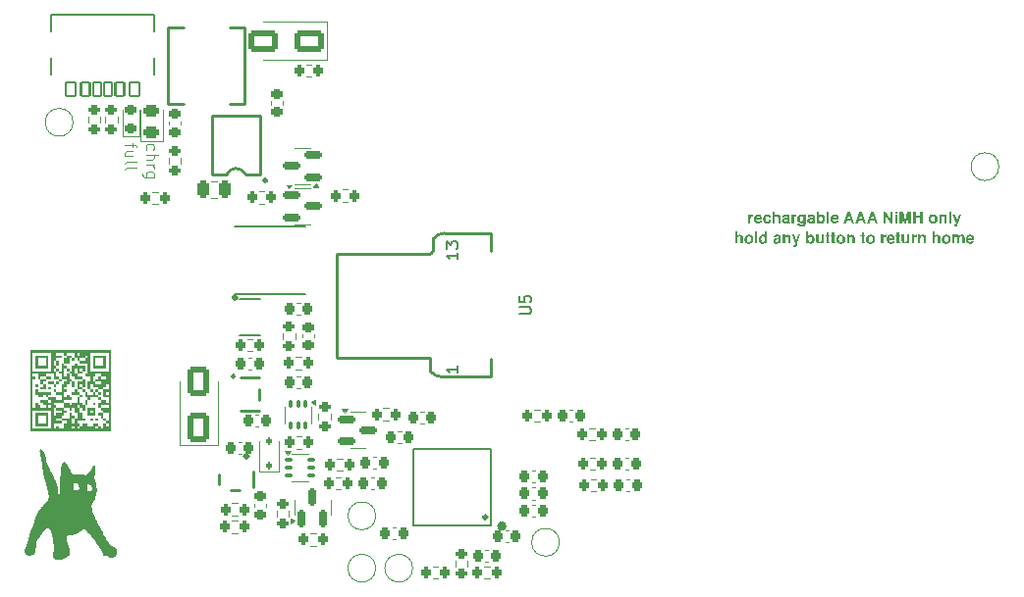
<source format=gto>
G04 #@! TF.GenerationSoftware,KiCad,Pcbnew,9.0.3*
G04 #@! TF.CreationDate,2025-08-27T19:30:40-05:00*
G04 #@! TF.ProjectId,stm32card,73746d33-3263-4617-9264-2e6b69636164,rev?*
G04 #@! TF.SameCoordinates,Original*
G04 #@! TF.FileFunction,Legend,Top*
G04 #@! TF.FilePolarity,Positive*
%FSLAX46Y46*%
G04 Gerber Fmt 4.6, Leading zero omitted, Abs format (unit mm)*
G04 Created by KiCad (PCBNEW 9.0.3) date 2025-08-27 19:30:40*
%MOMM*%
%LPD*%
G01*
G04 APERTURE LIST*
G04 Aperture macros list*
%AMRoundRect*
0 Rectangle with rounded corners*
0 $1 Rounding radius*
0 $2 $3 $4 $5 $6 $7 $8 $9 X,Y pos of 4 corners*
0 Add a 4 corners polygon primitive as box body*
4,1,4,$2,$3,$4,$5,$6,$7,$8,$9,$2,$3,0*
0 Add four circle primitives for the rounded corners*
1,1,$1+$1,$2,$3*
1,1,$1+$1,$4,$5*
1,1,$1+$1,$6,$7*
1,1,$1+$1,$8,$9*
0 Add four rect primitives between the rounded corners*
20,1,$1+$1,$2,$3,$4,$5,0*
20,1,$1+$1,$4,$5,$6,$7,0*
20,1,$1+$1,$6,$7,$8,$9,0*
20,1,$1+$1,$8,$9,$2,$3,0*%
G04 Aperture macros list end*
%ADD10C,0.125000*%
%ADD11C,0.250000*%
%ADD12C,0.150000*%
%ADD13C,0.200000*%
%ADD14C,0.000000*%
%ADD15C,0.120000*%
%ADD16C,0.127000*%
%ADD17C,0.300000*%
%ADD18C,0.400000*%
%ADD19C,0.240000*%
%ADD20RoundRect,0.225000X-0.225000X-0.250000X0.225000X-0.250000X0.225000X0.250000X-0.225000X0.250000X0*%
%ADD21RoundRect,0.225000X0.225000X0.250000X-0.225000X0.250000X-0.225000X-0.250000X0.225000X-0.250000X0*%
%ADD22R,1.800000X1.200000*%
%ADD23RoundRect,0.150000X-0.587500X-0.150000X0.587500X-0.150000X0.587500X0.150000X-0.587500X0.150000X0*%
%ADD24RoundRect,0.225000X-0.250000X0.225000X-0.250000X-0.225000X0.250000X-0.225000X0.250000X0.225000X0*%
%ADD25R,3.000000X5.500000*%
%ADD26RoundRect,0.200000X-0.275000X0.200000X-0.275000X-0.200000X0.275000X-0.200000X0.275000X0.200000X0*%
%ADD27RoundRect,0.200000X0.275000X-0.200000X0.275000X0.200000X-0.275000X0.200000X-0.275000X-0.200000X0*%
%ADD28RoundRect,0.200000X0.200000X0.275000X-0.200000X0.275000X-0.200000X-0.275000X0.200000X-0.275000X0*%
%ADD29R,3.500000X2.350000*%
%ADD30C,2.000000*%
%ADD31RoundRect,0.250000X-0.250000X-0.475000X0.250000X-0.475000X0.250000X0.475000X-0.250000X0.475000X0*%
%ADD32RoundRect,0.200000X-0.200000X-0.275000X0.200000X-0.275000X0.200000X0.275000X-0.200000X0.275000X0*%
%ADD33RoundRect,0.112500X0.112500X-0.187500X0.112500X0.187500X-0.112500X0.187500X-0.112500X-0.187500X0*%
%ADD34RoundRect,0.250000X0.650000X-1.000000X0.650000X1.000000X-0.650000X1.000000X-0.650000X-1.000000X0*%
%ADD35R,2.200000X0.400000*%
%ADD36RoundRect,0.100000X-0.225000X-0.100000X0.225000X-0.100000X0.225000X0.100000X-0.225000X0.100000X0*%
%ADD37R,6.450000X5.300000*%
%ADD38RoundRect,0.150000X0.150000X-0.587500X0.150000X0.587500X-0.150000X0.587500X-0.150000X-0.587500X0*%
%ADD39RoundRect,0.102000X0.350000X0.600000X-0.350000X0.600000X-0.350000X-0.600000X0.350000X-0.600000X0*%
%ADD40RoundRect,0.102000X0.380000X0.600000X-0.380000X0.600000X-0.380000X-0.600000X0.380000X-0.600000X0*%
%ADD41RoundRect,0.102000X0.400000X0.600000X-0.400000X0.600000X-0.400000X-0.600000X0.400000X-0.600000X0*%
%ADD42O,1.304000X1.904000*%
%ADD43RoundRect,0.243750X0.456250X-0.243750X0.456250X0.243750X-0.456250X0.243750X-0.456250X-0.243750X0*%
%ADD44R,1.070000X0.530000*%
%ADD45RoundRect,0.150000X0.587500X0.150000X-0.587500X0.150000X-0.587500X-0.150000X0.587500X-0.150000X0*%
%ADD46R,1.200000X0.270000*%
%ADD47R,0.270000X1.200000*%
%ADD48R,1.200000X1.800000*%
%ADD49RoundRect,0.218750X0.256250X-0.218750X0.256250X0.218750X-0.256250X0.218750X-0.256250X-0.218750X0*%
%ADD50R,0.600000X1.000000*%
%ADD51R,1.200000X0.600000*%
%ADD52R,2.400000X3.300000*%
%ADD53RoundRect,0.100000X-0.100000X0.225000X-0.100000X-0.225000X0.100000X-0.225000X0.100000X0.225000X0*%
%ADD54RoundRect,0.250000X1.000000X0.650000X-1.000000X0.650000X-1.000000X-0.650000X1.000000X-0.650000X0*%
%ADD55R,1.200000X0.500000*%
G04 APERTURE END LIST*
D10*
X145879103Y-93406683D02*
X145831483Y-93311445D01*
X145831483Y-93311445D02*
X145831483Y-93120969D01*
X145831483Y-93120969D02*
X145879103Y-93025731D01*
X145879103Y-93025731D02*
X145926722Y-92978112D01*
X145926722Y-92978112D02*
X146021960Y-92930493D01*
X146021960Y-92930493D02*
X146307674Y-92930493D01*
X146307674Y-92930493D02*
X146402912Y-92978112D01*
X146402912Y-92978112D02*
X146450531Y-93025731D01*
X146450531Y-93025731D02*
X146498150Y-93120969D01*
X146498150Y-93120969D02*
X146498150Y-93311445D01*
X146498150Y-93311445D02*
X146450531Y-93406683D01*
X145831483Y-93835255D02*
X146831483Y-93835255D01*
X145831483Y-94263826D02*
X146355293Y-94263826D01*
X146355293Y-94263826D02*
X146450531Y-94216207D01*
X146450531Y-94216207D02*
X146498150Y-94120969D01*
X146498150Y-94120969D02*
X146498150Y-93978112D01*
X146498150Y-93978112D02*
X146450531Y-93882874D01*
X146450531Y-93882874D02*
X146402912Y-93835255D01*
X145831483Y-94740017D02*
X146498150Y-94740017D01*
X146307674Y-94740017D02*
X146402912Y-94787636D01*
X146402912Y-94787636D02*
X146450531Y-94835255D01*
X146450531Y-94835255D02*
X146498150Y-94930493D01*
X146498150Y-94930493D02*
X146498150Y-95025731D01*
X146498150Y-95787636D02*
X145688626Y-95787636D01*
X145688626Y-95787636D02*
X145593388Y-95740017D01*
X145593388Y-95740017D02*
X145545769Y-95692398D01*
X145545769Y-95692398D02*
X145498150Y-95597160D01*
X145498150Y-95597160D02*
X145498150Y-95454303D01*
X145498150Y-95454303D02*
X145545769Y-95359065D01*
X145879103Y-95787636D02*
X145831483Y-95692398D01*
X145831483Y-95692398D02*
X145831483Y-95501922D01*
X145831483Y-95501922D02*
X145879103Y-95406684D01*
X145879103Y-95406684D02*
X145926722Y-95359065D01*
X145926722Y-95359065D02*
X146021960Y-95311446D01*
X146021960Y-95311446D02*
X146307674Y-95311446D01*
X146307674Y-95311446D02*
X146402912Y-95359065D01*
X146402912Y-95359065D02*
X146450531Y-95406684D01*
X146450531Y-95406684D02*
X146498150Y-95501922D01*
X146498150Y-95501922D02*
X146498150Y-95692398D01*
X146498150Y-95692398D02*
X146450531Y-95787636D01*
D11*
G36*
X197025708Y-100748175D02*
G01*
X197092466Y-100754352D01*
X197151066Y-100772172D01*
X197186488Y-100791009D01*
X197217184Y-100815307D01*
X197243634Y-100845445D01*
X197268724Y-100888662D01*
X197281186Y-100931479D01*
X197285962Y-100982639D01*
X197288025Y-101075644D01*
X197288025Y-101514121D01*
X197089211Y-101514121D01*
X197089211Y-101058302D01*
X197083596Y-101001388D01*
X197068695Y-100960666D01*
X197046545Y-100932385D01*
X197014126Y-100914878D01*
X196967639Y-100908398D01*
X196918724Y-100914600D01*
X196880527Y-100931953D01*
X196850464Y-100960300D01*
X196829417Y-100997044D01*
X196815626Y-101045365D01*
X196810530Y-101108494D01*
X196810530Y-101514121D01*
X196616479Y-101514121D01*
X196616479Y-100509794D01*
X196810530Y-100509794D01*
X196810530Y-100863091D01*
X196841566Y-100823161D01*
X196874153Y-100793816D01*
X196908533Y-100773515D01*
X196965635Y-100754518D01*
X197025708Y-100748175D01*
G37*
G36*
X197882199Y-100753530D02*
G01*
X197947843Y-100768614D01*
X198003543Y-100792425D01*
X198050867Y-100824632D01*
X198090912Y-100865595D01*
X198131995Y-100926684D01*
X198161249Y-100992627D01*
X198179074Y-101064397D01*
X198185190Y-101143238D01*
X198179015Y-101223508D01*
X198161099Y-101295849D01*
X198131834Y-101361614D01*
X198090912Y-101421858D01*
X198050962Y-101462146D01*
X198003696Y-101493879D01*
X197948003Y-101517375D01*
X197882307Y-101532275D01*
X197804660Y-101537568D01*
X197727040Y-101532276D01*
X197661362Y-101517377D01*
X197605680Y-101493882D01*
X197558419Y-101462148D01*
X197518468Y-101421858D01*
X197477546Y-101361614D01*
X197448282Y-101295849D01*
X197430365Y-101223508D01*
X197424190Y-101143238D01*
X197424247Y-101142505D01*
X197626423Y-101142505D01*
X197632305Y-101216371D01*
X197648230Y-101273036D01*
X197672524Y-101316223D01*
X197697809Y-101342780D01*
X197727496Y-101361614D01*
X197762457Y-101373249D01*
X197804049Y-101377345D01*
X197845610Y-101373244D01*
X197880481Y-101361604D01*
X197910033Y-101342773D01*
X197935146Y-101316223D01*
X197959270Y-101273060D01*
X197975095Y-101216396D01*
X197980942Y-101142505D01*
X197975087Y-101068614D01*
X197959255Y-101012088D01*
X197935146Y-100969154D01*
X197900736Y-100935734D01*
X197857930Y-100915542D01*
X197804049Y-100908398D01*
X197750113Y-100915535D01*
X197707156Y-100935725D01*
X197672524Y-100969154D01*
X197648244Y-101012113D01*
X197632313Y-101068639D01*
X197626423Y-101142505D01*
X197424247Y-101142505D01*
X197430306Y-101064397D01*
X197448131Y-100992627D01*
X197477385Y-100926684D01*
X197518468Y-100865595D01*
X197558514Y-100824629D01*
X197605834Y-100792422D01*
X197661523Y-100768612D01*
X197727149Y-100753529D01*
X197804660Y-100748175D01*
X197882199Y-100753530D01*
G37*
G36*
X198523649Y-101514121D02*
G01*
X198328927Y-101514121D01*
X198328927Y-100509794D01*
X198523649Y-100509794D01*
X198523649Y-101514121D01*
G37*
G36*
X199391322Y-101514121D02*
G01*
X199202095Y-101514121D01*
X199202095Y-101413859D01*
X199171752Y-101454642D01*
X199140149Y-101485607D01*
X199107146Y-101508137D01*
X199070474Y-101523928D01*
X199026781Y-101533981D01*
X198974644Y-101537568D01*
X198911963Y-101530934D01*
X198855359Y-101511469D01*
X198803353Y-101478851D01*
X198755008Y-101431505D01*
X198716911Y-101376351D01*
X198689195Y-101313592D01*
X198671914Y-101241845D01*
X198665860Y-101159358D01*
X198666616Y-101147695D01*
X198866689Y-101147695D01*
X198871772Y-101216385D01*
X198885742Y-101271171D01*
X198907294Y-101314757D01*
X198930137Y-101342033D01*
X198957608Y-101361260D01*
X198990604Y-101373141D01*
X199030637Y-101377345D01*
X199070656Y-101373198D01*
X199104103Y-101361419D01*
X199132369Y-101342287D01*
X199156299Y-101315124D01*
X199179399Y-101271621D01*
X199194081Y-101218635D01*
X199199347Y-101153923D01*
X199194167Y-101084024D01*
X199180098Y-101029770D01*
X199158661Y-100987945D01*
X199130349Y-100956087D01*
X199100481Y-100936053D01*
X199067994Y-100924165D01*
X199031980Y-100920122D01*
X198990700Y-100924533D01*
X198957039Y-100936956D01*
X198929333Y-100957024D01*
X198906622Y-100985518D01*
X198885098Y-101030713D01*
X198871512Y-101084184D01*
X198866689Y-101147695D01*
X198666616Y-101147695D01*
X198672110Y-101062940D01*
X198689599Y-100982212D01*
X198716966Y-100914609D01*
X198753604Y-100858023D01*
X198801418Y-100809791D01*
X198855508Y-100775956D01*
X198917146Y-100755338D01*
X198988321Y-100748175D01*
X199032576Y-100751652D01*
X199072374Y-100761738D01*
X199108489Y-100778217D01*
X199156002Y-100813889D01*
X199193913Y-100861443D01*
X199193913Y-100509794D01*
X199391322Y-100509794D01*
X199391322Y-101514121D01*
G37*
G36*
X200330759Y-100753858D02*
G01*
X200402720Y-100770275D01*
X200467639Y-100796901D01*
X200508110Y-100825628D01*
X200537221Y-100864247D01*
X200555795Y-100914918D01*
X200562589Y-100981305D01*
X200562589Y-101325687D01*
X200563932Y-101412515D01*
X200568545Y-101449216D01*
X200575534Y-101467043D01*
X200587127Y-101479772D01*
X200604293Y-101490673D01*
X200604293Y-101514121D01*
X200392474Y-101514121D01*
X200380200Y-101472111D01*
X200374766Y-101427353D01*
X200331527Y-101467538D01*
X200281832Y-101501481D01*
X200238679Y-101521331D01*
X200191605Y-101533419D01*
X200139743Y-101537568D01*
X200074527Y-101530739D01*
X200019567Y-101511265D01*
X199972681Y-101479499D01*
X199944511Y-101448358D01*
X199924118Y-101411400D01*
X199911332Y-101367452D01*
X199906797Y-101314879D01*
X199907958Y-101301263D01*
X200102191Y-101301263D01*
X200105710Y-101333762D01*
X200115166Y-101357369D01*
X200129851Y-101374353D01*
X200160056Y-101391100D01*
X200197140Y-101396884D01*
X200237859Y-101392740D01*
X200276194Y-101380392D01*
X200312911Y-101359454D01*
X200334749Y-101338756D01*
X200351500Y-101310520D01*
X200362936Y-101272812D01*
X200367927Y-101222983D01*
X200367927Y-101149527D01*
X200330680Y-101168578D01*
X200279084Y-101182072D01*
X200235364Y-101190377D01*
X200178632Y-101203944D01*
X200147254Y-101217427D01*
X200122294Y-101238672D01*
X200107445Y-101265949D01*
X200102191Y-101301263D01*
X199907958Y-101301263D01*
X199911453Y-101260281D01*
X199924609Y-101214366D01*
X199945625Y-101175512D01*
X199974664Y-101142544D01*
X200012676Y-101114845D01*
X200052857Y-101096200D01*
X200108475Y-101079815D01*
X200183463Y-101066729D01*
X200249714Y-101058485D01*
X200299690Y-101049887D01*
X200326955Y-101041266D01*
X200350960Y-101026373D01*
X200364158Y-101008170D01*
X200368599Y-100985579D01*
X200364665Y-100956726D01*
X200353997Y-100936284D01*
X200336786Y-100922015D01*
X200300840Y-100909509D01*
X200243547Y-100904490D01*
X200198853Y-100908937D01*
X200167492Y-100920655D01*
X200145910Y-100938379D01*
X200129327Y-100966571D01*
X200118555Y-101006095D01*
X199930732Y-101006095D01*
X199940075Y-100942866D01*
X199958499Y-100890188D01*
X199985382Y-100846177D01*
X200017907Y-100813124D01*
X200058858Y-100786445D01*
X200109795Y-100766158D01*
X200172814Y-100752961D01*
X200250446Y-100748175D01*
X200330759Y-100753858D01*
G37*
G36*
X201147611Y-100748175D02*
G01*
X201222484Y-100755355D01*
X201284569Y-100775610D01*
X201336472Y-100808137D01*
X201366747Y-100840500D01*
X201389538Y-100882984D01*
X201404446Y-100938074D01*
X201409928Y-101009087D01*
X201409928Y-101514121D01*
X201210443Y-101514121D01*
X201210443Y-101057264D01*
X201205962Y-101001780D01*
X201194750Y-100966284D01*
X201177685Y-100941513D01*
X201154764Y-100923784D01*
X201124743Y-100912514D01*
X201085452Y-100908398D01*
X201038274Y-100914095D01*
X201001285Y-100930005D01*
X200972068Y-100955815D01*
X200949530Y-100993151D01*
X200935654Y-101041502D01*
X200930418Y-101107578D01*
X200930418Y-101514121D01*
X200736368Y-101514121D01*
X200736368Y-100767714D01*
X200924251Y-100767714D01*
X200924251Y-100874754D01*
X200963079Y-100823238D01*
X200995265Y-100792871D01*
X201037445Y-100768668D01*
X201087588Y-100753537D01*
X201147611Y-100748175D01*
G37*
G36*
X201619916Y-101658712D02*
G01*
X201644523Y-101660666D01*
X201699173Y-101659079D01*
X201723566Y-101653033D01*
X201742892Y-101642714D01*
X201757942Y-101626281D01*
X201774644Y-101592278D01*
X201785985Y-101557139D01*
X201786612Y-101545384D01*
X201513365Y-100767714D01*
X201729886Y-100767714D01*
X201892491Y-101318299D01*
X202046181Y-100767714D01*
X202253177Y-100767714D01*
X201997699Y-101501786D01*
X201943542Y-101647261D01*
X201906041Y-101728421D01*
X201880890Y-101767461D01*
X201857802Y-101787607D01*
X201823883Y-101803654D01*
X201775662Y-101814710D01*
X201708759Y-101818936D01*
X201667055Y-101818447D01*
X201619916Y-101815028D01*
X201619916Y-101658712D01*
G37*
G36*
X202943529Y-100862786D02*
G01*
X202983335Y-100815505D01*
X203024801Y-100782674D01*
X203061404Y-100764133D01*
X203105476Y-100752376D01*
X203158707Y-100748175D01*
X203230053Y-100755262D01*
X203290824Y-100775513D01*
X203343189Y-100808492D01*
X203388540Y-100855214D01*
X203423755Y-100910442D01*
X203449621Y-100973869D01*
X203465865Y-101046945D01*
X203471582Y-101131453D01*
X203465964Y-101219171D01*
X203449943Y-101295830D01*
X203424378Y-101363062D01*
X203389578Y-101422224D01*
X203353793Y-101464146D01*
X203313748Y-101495974D01*
X203268911Y-101518716D01*
X203218347Y-101532706D01*
X203160783Y-101537568D01*
X203100224Y-101532936D01*
X203051574Y-101520156D01*
X203012528Y-101500321D01*
X202980193Y-101472637D01*
X202940110Y-101423140D01*
X202940110Y-101514121D01*
X202749539Y-101514121D01*
X202749539Y-101152519D01*
X202937423Y-101152519D01*
X202942544Y-101216081D01*
X202956934Y-101269107D01*
X202979738Y-101313536D01*
X203003452Y-101341229D01*
X203032124Y-101360849D01*
X203066733Y-101373024D01*
X203108881Y-101377345D01*
X203155690Y-101370338D01*
X203193880Y-101350117D01*
X203225630Y-101315612D01*
X203247897Y-101272492D01*
X203262178Y-101219182D01*
X203267334Y-101153252D01*
X203261719Y-101076636D01*
X203246818Y-101020017D01*
X203222443Y-100975207D01*
X203191252Y-100944915D01*
X203152386Y-100926605D01*
X203103386Y-100920122D01*
X203053502Y-100926538D01*
X203014049Y-100944601D01*
X202982516Y-100974305D01*
X202957939Y-101017941D01*
X202943093Y-101074156D01*
X202937423Y-101152519D01*
X202749539Y-101152519D01*
X202749539Y-100509794D01*
X202943529Y-100509794D01*
X202943529Y-100862786D01*
G37*
G36*
X203805218Y-100767714D02*
G01*
X203805218Y-101216999D01*
X203809580Y-101276423D01*
X203820239Y-101312742D01*
X203836313Y-101337080D01*
X203858131Y-101354452D01*
X203886897Y-101365492D01*
X203924775Y-101369529D01*
X203972667Y-101364006D01*
X204009953Y-101348674D01*
X204039128Y-101324042D01*
X204061429Y-101288806D01*
X204075233Y-101241164D01*
X204080541Y-101173280D01*
X204080541Y-100767714D01*
X204277950Y-100767714D01*
X204277950Y-101514121D01*
X204088723Y-101514121D01*
X204088723Y-101408058D01*
X204075045Y-101428574D01*
X204049094Y-101458677D01*
X204002317Y-101494266D01*
X203960617Y-101514670D01*
X203915781Y-101525748D01*
X203860539Y-101529752D01*
X203794370Y-101524242D01*
X203741233Y-101508991D01*
X203698538Y-101485154D01*
X203664404Y-101452792D01*
X203637850Y-101410867D01*
X203621426Y-101365679D01*
X203610060Y-101302772D01*
X203605732Y-101217243D01*
X203605732Y-100767714D01*
X203805218Y-100767714D01*
G37*
G36*
X204389569Y-100912306D02*
G01*
X204389569Y-100775530D01*
X204493372Y-100775530D01*
X204493372Y-100564504D01*
X204686019Y-100564504D01*
X204686019Y-100775530D01*
X204806980Y-100775530D01*
X204806980Y-100912306D01*
X204686019Y-100912306D01*
X204686019Y-101308529D01*
X204689792Y-101349814D01*
X204697620Y-101365987D01*
X204715512Y-101373455D01*
X204768695Y-101377345D01*
X204787502Y-101376368D01*
X204806980Y-101373437D01*
X204806980Y-101518028D01*
X204714717Y-101525844D01*
X204643125Y-101523868D01*
X204590575Y-101513986D01*
X204552746Y-101498229D01*
X204526162Y-101477667D01*
X204508909Y-101453151D01*
X204497596Y-101419523D01*
X204493372Y-101373864D01*
X204493372Y-100912306D01*
X204389569Y-100912306D01*
G37*
G36*
X204855584Y-100912306D02*
G01*
X204855584Y-100775530D01*
X204959387Y-100775530D01*
X204959387Y-100564504D01*
X205152034Y-100564504D01*
X205152034Y-100775530D01*
X205272995Y-100775530D01*
X205272995Y-100912306D01*
X205152034Y-100912306D01*
X205152034Y-101308529D01*
X205155808Y-101349814D01*
X205163635Y-101365987D01*
X205181528Y-101373455D01*
X205234710Y-101377345D01*
X205253517Y-101376368D01*
X205272995Y-101373437D01*
X205272995Y-101518028D01*
X205180732Y-101525844D01*
X205109140Y-101523868D01*
X205056590Y-101513986D01*
X205018761Y-101498229D01*
X204992177Y-101477667D01*
X204974924Y-101453151D01*
X204963611Y-101419523D01*
X204959387Y-101373864D01*
X204959387Y-100912306D01*
X204855584Y-100912306D01*
G37*
G36*
X205810321Y-100753530D02*
G01*
X205875966Y-100768614D01*
X205931666Y-100792425D01*
X205978990Y-100824632D01*
X206019035Y-100865595D01*
X206060118Y-100926684D01*
X206089372Y-100992627D01*
X206107197Y-101064397D01*
X206113313Y-101143238D01*
X206107138Y-101223508D01*
X206089221Y-101295849D01*
X206059957Y-101361614D01*
X206019035Y-101421858D01*
X205979085Y-101462146D01*
X205931819Y-101493879D01*
X205876126Y-101517375D01*
X205810430Y-101532275D01*
X205732782Y-101537568D01*
X205655163Y-101532276D01*
X205589485Y-101517377D01*
X205533803Y-101493882D01*
X205486542Y-101462148D01*
X205446591Y-101421858D01*
X205405669Y-101361614D01*
X205376404Y-101295849D01*
X205358488Y-101223508D01*
X205352313Y-101143238D01*
X205352370Y-101142505D01*
X205554546Y-101142505D01*
X205560427Y-101216371D01*
X205576353Y-101273036D01*
X205600647Y-101316223D01*
X205625932Y-101342780D01*
X205655619Y-101361614D01*
X205690580Y-101373249D01*
X205732172Y-101377345D01*
X205773733Y-101373244D01*
X205808604Y-101361604D01*
X205838156Y-101342773D01*
X205863269Y-101316223D01*
X205887393Y-101273060D01*
X205903218Y-101216396D01*
X205909065Y-101142505D01*
X205903210Y-101068614D01*
X205887378Y-101012088D01*
X205863269Y-100969154D01*
X205828859Y-100935734D01*
X205786053Y-100915542D01*
X205732172Y-100908398D01*
X205678236Y-100915535D01*
X205635278Y-100935725D01*
X205600647Y-100969154D01*
X205576367Y-101012113D01*
X205560436Y-101068639D01*
X205554546Y-101142505D01*
X205352370Y-101142505D01*
X205358429Y-101064397D01*
X205376254Y-100992627D01*
X205405508Y-100926684D01*
X205446591Y-100865595D01*
X205486637Y-100824629D01*
X205533956Y-100792422D01*
X205589645Y-100768612D01*
X205655271Y-100753529D01*
X205732782Y-100748175D01*
X205810321Y-100753530D01*
G37*
G36*
X206665546Y-100748175D02*
G01*
X206740418Y-100755355D01*
X206802504Y-100775610D01*
X206854407Y-100808137D01*
X206884681Y-100840500D01*
X206907472Y-100882984D01*
X206922380Y-100938074D01*
X206927863Y-101009087D01*
X206927863Y-101514121D01*
X206728377Y-101514121D01*
X206728377Y-101057264D01*
X206723896Y-101001780D01*
X206712685Y-100966284D01*
X206695619Y-100941513D01*
X206672698Y-100923784D01*
X206642678Y-100912514D01*
X206603386Y-100908398D01*
X206556208Y-100914095D01*
X206519219Y-100930005D01*
X206490002Y-100955815D01*
X206467465Y-100993151D01*
X206453589Y-101041502D01*
X206448353Y-101107578D01*
X206448353Y-101514121D01*
X206254302Y-101514121D01*
X206254302Y-100767714D01*
X206442186Y-100767714D01*
X206442186Y-100874754D01*
X206481013Y-100823238D01*
X206513199Y-100792871D01*
X206555380Y-100768668D01*
X206605522Y-100753537D01*
X206665546Y-100748175D01*
G37*
G36*
X207420134Y-100912306D02*
G01*
X207420134Y-100775530D01*
X207523937Y-100775530D01*
X207523937Y-100564504D01*
X207716584Y-100564504D01*
X207716584Y-100775530D01*
X207837545Y-100775530D01*
X207837545Y-100912306D01*
X207716584Y-100912306D01*
X207716584Y-101308529D01*
X207720358Y-101349814D01*
X207728185Y-101365987D01*
X207746078Y-101373455D01*
X207799260Y-101377345D01*
X207818067Y-101376368D01*
X207837545Y-101373437D01*
X207837545Y-101518028D01*
X207745282Y-101525844D01*
X207673690Y-101523868D01*
X207621140Y-101513986D01*
X207583311Y-101498229D01*
X207556727Y-101477667D01*
X207539474Y-101453151D01*
X207528161Y-101419523D01*
X207523937Y-101373864D01*
X207523937Y-100912306D01*
X207420134Y-100912306D01*
G37*
G36*
X208374871Y-100753530D02*
G01*
X208440516Y-100768614D01*
X208496216Y-100792425D01*
X208543540Y-100824632D01*
X208583585Y-100865595D01*
X208624668Y-100926684D01*
X208653922Y-100992627D01*
X208671747Y-101064397D01*
X208677863Y-101143238D01*
X208671688Y-101223508D01*
X208653771Y-101295849D01*
X208624507Y-101361614D01*
X208583585Y-101421858D01*
X208543634Y-101462146D01*
X208496369Y-101493879D01*
X208440676Y-101517375D01*
X208374980Y-101532275D01*
X208297332Y-101537568D01*
X208219713Y-101532276D01*
X208154035Y-101517377D01*
X208098353Y-101493882D01*
X208051092Y-101462148D01*
X208011141Y-101421858D01*
X207970219Y-101361614D01*
X207940954Y-101295849D01*
X207923038Y-101223508D01*
X207916863Y-101143238D01*
X207916920Y-101142505D01*
X208119096Y-101142505D01*
X208124977Y-101216371D01*
X208140903Y-101273036D01*
X208165197Y-101316223D01*
X208190482Y-101342780D01*
X208220169Y-101361614D01*
X208255130Y-101373249D01*
X208296722Y-101377345D01*
X208338283Y-101373244D01*
X208373154Y-101361604D01*
X208402706Y-101342773D01*
X208427819Y-101316223D01*
X208451942Y-101273060D01*
X208467768Y-101216396D01*
X208473615Y-101142505D01*
X208467760Y-101068614D01*
X208451928Y-101012088D01*
X208427819Y-100969154D01*
X208393409Y-100935734D01*
X208350603Y-100915542D01*
X208296722Y-100908398D01*
X208242786Y-100915535D01*
X208199828Y-100935725D01*
X208165197Y-100969154D01*
X208140917Y-101012113D01*
X208124986Y-101068639D01*
X208119096Y-101142505D01*
X207916920Y-101142505D01*
X207922979Y-101064397D01*
X207940804Y-100992627D01*
X207970058Y-100926684D01*
X208011141Y-100865595D01*
X208051187Y-100824629D01*
X208098506Y-100792422D01*
X208154195Y-100768612D01*
X208219821Y-100753529D01*
X208297332Y-100748175D01*
X208374871Y-100753530D01*
G37*
G36*
X209610748Y-100748175D02*
G01*
X209619907Y-100748175D01*
X209636699Y-100748175D01*
X209636699Y-100947477D01*
X209603909Y-100947477D01*
X209580706Y-100947477D01*
X209522727Y-100953102D01*
X209479140Y-100968339D01*
X209446556Y-100991910D01*
X209422864Y-101024230D01*
X209411438Y-101054090D01*
X209403422Y-101097078D01*
X209400333Y-101157160D01*
X209400333Y-101514121D01*
X209204267Y-101514121D01*
X209204267Y-100767714D01*
X209390075Y-100767714D01*
X209390075Y-100897590D01*
X209435830Y-100829494D01*
X209468660Y-100794520D01*
X209507454Y-100769383D01*
X209554130Y-100753731D01*
X209610748Y-100748175D01*
G37*
G36*
X210105412Y-100752214D02*
G01*
X210160902Y-100763930D01*
X210211586Y-100782980D01*
X210257880Y-100810304D01*
X210298717Y-100846589D01*
X210334562Y-100892828D01*
X210359937Y-100938493D01*
X210378900Y-100989400D01*
X210391287Y-101046334D01*
X210396333Y-101103134D01*
X210397454Y-101193674D01*
X209887842Y-101193674D01*
X209894621Y-101250200D01*
X209909152Y-101293911D01*
X209930354Y-101327498D01*
X209958184Y-101352859D01*
X209986264Y-101368379D01*
X210018295Y-101377925D01*
X210055209Y-101381252D01*
X210093935Y-101377172D01*
X210126003Y-101365617D01*
X210152845Y-101346875D01*
X210171501Y-101325620D01*
X210189054Y-101295279D01*
X210387868Y-101295279D01*
X210377732Y-101337201D01*
X210355569Y-101381536D01*
X210318869Y-101429368D01*
X210278531Y-101467560D01*
X210232550Y-101497358D01*
X210180124Y-101519152D01*
X210120116Y-101532785D01*
X210051118Y-101537568D01*
X209981657Y-101531756D01*
X209917395Y-101514670D01*
X209857252Y-101486309D01*
X209800403Y-101445977D01*
X209763518Y-101407634D01*
X209733865Y-101360459D01*
X209711458Y-101302903D01*
X209696988Y-101232908D01*
X209691776Y-101148000D01*
X209697792Y-101064714D01*
X209892604Y-101064714D01*
X210195221Y-101064714D01*
X210187264Y-101015266D01*
X210171435Y-100977237D01*
X210148449Y-100948149D01*
X210118430Y-100926189D01*
X210084132Y-100912972D01*
X210044279Y-100908398D01*
X210001058Y-100913453D01*
X209966783Y-100927605D01*
X209939377Y-100950530D01*
X209918415Y-100980539D01*
X209902661Y-101018056D01*
X209892604Y-101064714D01*
X209697792Y-101064714D01*
X209698781Y-101051015D01*
X209718292Y-100971178D01*
X209748781Y-100905431D01*
X209789778Y-100851368D01*
X209842015Y-100806526D01*
X209900877Y-100774610D01*
X209967681Y-100754999D01*
X210044279Y-100748175D01*
X210105412Y-100752214D01*
G37*
G36*
X210451676Y-100912306D02*
G01*
X210451676Y-100775530D01*
X210555480Y-100775530D01*
X210555480Y-100564504D01*
X210748126Y-100564504D01*
X210748126Y-100775530D01*
X210869087Y-100775530D01*
X210869087Y-100912306D01*
X210748126Y-100912306D01*
X210748126Y-101308529D01*
X210751900Y-101349814D01*
X210759728Y-101365987D01*
X210777620Y-101373455D01*
X210830802Y-101377345D01*
X210849609Y-101376368D01*
X210869087Y-101373437D01*
X210869087Y-101518028D01*
X210776825Y-101525844D01*
X210705232Y-101523868D01*
X210652683Y-101513986D01*
X210614853Y-101498229D01*
X210588269Y-101477667D01*
X210571016Y-101453151D01*
X210559704Y-101419523D01*
X210555480Y-101373864D01*
X210555480Y-100912306D01*
X210451676Y-100912306D01*
G37*
G36*
X211188191Y-100767714D02*
G01*
X211188191Y-101216999D01*
X211192553Y-101276423D01*
X211203212Y-101312742D01*
X211219286Y-101337080D01*
X211241104Y-101354452D01*
X211269870Y-101365492D01*
X211307747Y-101369529D01*
X211355640Y-101364006D01*
X211392926Y-101348674D01*
X211422100Y-101324042D01*
X211444401Y-101288806D01*
X211458205Y-101241164D01*
X211463513Y-101173280D01*
X211463513Y-100767714D01*
X211660923Y-100767714D01*
X211660923Y-101514121D01*
X211471696Y-101514121D01*
X211471696Y-101408058D01*
X211458018Y-101428574D01*
X211432067Y-101458677D01*
X211385290Y-101494266D01*
X211343590Y-101514670D01*
X211298754Y-101525748D01*
X211243512Y-101529752D01*
X211177342Y-101524242D01*
X211124206Y-101508991D01*
X211081511Y-101485154D01*
X211047377Y-101452792D01*
X211020823Y-101410867D01*
X211004399Y-101365679D01*
X210993033Y-101302772D01*
X210988705Y-101217243D01*
X210988705Y-100767714D01*
X211188191Y-100767714D01*
G37*
G36*
X212253456Y-100748175D02*
G01*
X212262615Y-100748175D01*
X212279407Y-100748175D01*
X212279407Y-100947477D01*
X212246617Y-100947477D01*
X212223414Y-100947477D01*
X212165434Y-100953102D01*
X212121848Y-100968339D01*
X212089264Y-100991910D01*
X212065572Y-101024230D01*
X212054146Y-101054090D01*
X212046130Y-101097078D01*
X212043041Y-101157160D01*
X212043041Y-101514121D01*
X211846975Y-101514121D01*
X211846975Y-100767714D01*
X212032782Y-100767714D01*
X212032782Y-100897590D01*
X212078538Y-100829494D01*
X212111368Y-100794520D01*
X212150162Y-100769383D01*
X212196837Y-100753731D01*
X212253456Y-100748175D01*
G37*
G36*
X212805811Y-100748175D02*
G01*
X212880683Y-100755355D01*
X212942769Y-100775610D01*
X212994672Y-100808137D01*
X213024946Y-100840500D01*
X213047737Y-100882984D01*
X213062645Y-100938074D01*
X213068128Y-101009087D01*
X213068128Y-101514121D01*
X212868642Y-101514121D01*
X212868642Y-101057264D01*
X212864162Y-101001780D01*
X212852950Y-100966284D01*
X212835884Y-100941513D01*
X212812963Y-100923784D01*
X212782943Y-100912514D01*
X212743651Y-100908398D01*
X212696473Y-100914095D01*
X212659484Y-100930005D01*
X212630267Y-100955815D01*
X212607730Y-100993151D01*
X212593854Y-101041502D01*
X212588618Y-101107578D01*
X212588618Y-101514121D01*
X212394567Y-101514121D01*
X212394567Y-100767714D01*
X212582451Y-100767714D01*
X212582451Y-100874754D01*
X212621278Y-100823238D01*
X212653465Y-100792871D01*
X212695645Y-100768668D01*
X212745787Y-100753537D01*
X212805811Y-100748175D01*
G37*
G36*
X214047481Y-100748175D02*
G01*
X214114239Y-100754352D01*
X214172838Y-100772172D01*
X214208261Y-100791009D01*
X214238956Y-100815307D01*
X214265406Y-100845445D01*
X214290496Y-100888662D01*
X214302959Y-100931479D01*
X214307735Y-100982639D01*
X214309797Y-101075644D01*
X214309797Y-101514121D01*
X214110984Y-101514121D01*
X214110984Y-101058302D01*
X214105368Y-101001388D01*
X214090467Y-100960666D01*
X214068317Y-100932385D01*
X214035899Y-100914878D01*
X213989412Y-100908398D01*
X213940497Y-100914600D01*
X213902299Y-100931953D01*
X213872236Y-100960300D01*
X213851190Y-100997044D01*
X213837398Y-101045365D01*
X213832303Y-101108494D01*
X213832303Y-101514121D01*
X213638252Y-101514121D01*
X213638252Y-100509794D01*
X213832303Y-100509794D01*
X213832303Y-100863091D01*
X213863339Y-100823161D01*
X213895925Y-100793816D01*
X213930305Y-100773515D01*
X213987407Y-100754518D01*
X214047481Y-100748175D01*
G37*
G36*
X214903971Y-100753530D02*
G01*
X214969616Y-100768614D01*
X215025315Y-100792425D01*
X215072639Y-100824632D01*
X215112685Y-100865595D01*
X215153768Y-100926684D01*
X215183022Y-100992627D01*
X215200846Y-101064397D01*
X215206962Y-101143238D01*
X215200788Y-101223508D01*
X215182871Y-101295849D01*
X215153607Y-101361614D01*
X215112685Y-101421858D01*
X215072734Y-101462146D01*
X215025469Y-101493879D01*
X214969776Y-101517375D01*
X214904079Y-101532275D01*
X214826432Y-101537568D01*
X214748813Y-101532276D01*
X214683135Y-101517377D01*
X214627453Y-101493882D01*
X214580192Y-101462148D01*
X214540241Y-101421858D01*
X214499319Y-101361614D01*
X214470054Y-101295849D01*
X214452138Y-101223508D01*
X214445963Y-101143238D01*
X214446020Y-101142505D01*
X214648196Y-101142505D01*
X214654077Y-101216371D01*
X214670003Y-101273036D01*
X214694297Y-101316223D01*
X214719582Y-101342780D01*
X214749269Y-101361614D01*
X214784230Y-101373249D01*
X214825821Y-101377345D01*
X214867382Y-101373244D01*
X214902254Y-101361604D01*
X214931806Y-101342773D01*
X214956919Y-101316223D01*
X214981042Y-101273060D01*
X214996868Y-101216396D01*
X215002714Y-101142505D01*
X214996860Y-101068614D01*
X214981028Y-101012088D01*
X214956919Y-100969154D01*
X214922509Y-100935734D01*
X214879703Y-100915542D01*
X214825821Y-100908398D01*
X214771886Y-100915535D01*
X214728928Y-100935725D01*
X214694297Y-100969154D01*
X214670017Y-101012113D01*
X214654085Y-101068639D01*
X214648196Y-101142505D01*
X214446020Y-101142505D01*
X214452079Y-101064397D01*
X214469903Y-100992627D01*
X214499157Y-100926684D01*
X214540241Y-100865595D01*
X214580287Y-100824629D01*
X214627606Y-100792422D01*
X214683295Y-100768612D01*
X214748921Y-100753529D01*
X214826432Y-100748175D01*
X214903971Y-100753530D01*
G37*
G36*
X216178622Y-100748175D02*
G01*
X216227233Y-100752828D01*
X216275647Y-100766982D01*
X216320299Y-100792143D01*
X216362414Y-100832866D01*
X216388298Y-100875783D01*
X216404729Y-100929403D01*
X216409574Y-100971728D01*
X216411568Y-101040411D01*
X216410225Y-101514121D01*
X216210739Y-101514121D01*
X216210739Y-101032046D01*
X216207021Y-100991305D01*
X216197062Y-100961216D01*
X216175419Y-100932324D01*
X216144627Y-100914791D01*
X216101441Y-100908398D01*
X216062971Y-100912981D01*
X216032700Y-100925786D01*
X216008700Y-100946539D01*
X215990066Y-100976481D01*
X215978556Y-101014821D01*
X215974373Y-101063309D01*
X215974373Y-101514121D01*
X215778308Y-101514121D01*
X215778308Y-101067584D01*
X215774229Y-101005567D01*
X215764630Y-100970558D01*
X215743600Y-100940892D01*
X215712700Y-100922844D01*
X215668337Y-100916214D01*
X215627218Y-100920196D01*
X215596284Y-100930985D01*
X215573140Y-100947677D01*
X215556291Y-100970558D01*
X215545137Y-101005644D01*
X215540598Y-101062760D01*
X215540598Y-101514121D01*
X215343189Y-101514121D01*
X215343189Y-100767714D01*
X215532416Y-100767714D01*
X215532416Y-100871273D01*
X215569934Y-100820151D01*
X215600743Y-100790734D01*
X215640565Y-100767801D01*
X215688825Y-100753340D01*
X215747594Y-100748175D01*
X215803516Y-100752681D01*
X215848828Y-100765185D01*
X215885591Y-100784750D01*
X215922607Y-100823211D01*
X215949827Y-100871945D01*
X215978181Y-100832169D01*
X216009758Y-100801244D01*
X216044776Y-100778095D01*
X216085769Y-100761653D01*
X216130164Y-100751616D01*
X216178622Y-100748175D01*
G37*
G36*
X216946166Y-100752214D02*
G01*
X217001656Y-100763930D01*
X217052339Y-100782980D01*
X217098634Y-100810304D01*
X217139470Y-100846589D01*
X217175316Y-100892828D01*
X217200691Y-100938493D01*
X217219654Y-100989400D01*
X217232041Y-101046334D01*
X217237087Y-101103134D01*
X217238208Y-101193674D01*
X216728595Y-101193674D01*
X216735374Y-101250200D01*
X216749905Y-101293911D01*
X216771108Y-101327498D01*
X216798937Y-101352859D01*
X216827018Y-101368379D01*
X216859049Y-101377925D01*
X216895963Y-101381252D01*
X216934688Y-101377172D01*
X216966757Y-101365617D01*
X216993599Y-101346875D01*
X217012255Y-101325620D01*
X217029808Y-101295279D01*
X217228622Y-101295279D01*
X217218485Y-101337201D01*
X217196323Y-101381536D01*
X217159623Y-101429368D01*
X217119285Y-101467560D01*
X217073304Y-101497358D01*
X217020878Y-101519152D01*
X216960869Y-101532785D01*
X216891872Y-101537568D01*
X216822411Y-101531756D01*
X216758149Y-101514670D01*
X216698006Y-101486309D01*
X216641156Y-101445977D01*
X216604271Y-101407634D01*
X216574619Y-101360459D01*
X216552212Y-101302903D01*
X216537741Y-101232908D01*
X216532529Y-101148000D01*
X216538545Y-101064714D01*
X216733358Y-101064714D01*
X217035975Y-101064714D01*
X217028017Y-101015266D01*
X217012188Y-100977237D01*
X216989202Y-100948149D01*
X216959184Y-100926189D01*
X216924886Y-100912972D01*
X216885033Y-100908398D01*
X216841811Y-100913453D01*
X216807536Y-100927605D01*
X216780131Y-100950530D01*
X216759168Y-100980539D01*
X216743414Y-101018056D01*
X216733358Y-101064714D01*
X216538545Y-101064714D01*
X216539535Y-101051015D01*
X216559046Y-100971178D01*
X216589535Y-100905431D01*
X216630532Y-100851368D01*
X216682769Y-100806526D01*
X216741631Y-100774610D01*
X216808434Y-100754999D01*
X216885033Y-100748175D01*
X216946166Y-100752214D01*
G37*
G36*
X198158690Y-98988744D02*
G01*
X198167849Y-98988744D01*
X198184641Y-98988744D01*
X198184641Y-99188046D01*
X198151851Y-99188046D01*
X198128648Y-99188046D01*
X198070669Y-99193671D01*
X198027082Y-99208908D01*
X197994498Y-99232479D01*
X197970806Y-99264799D01*
X197959380Y-99294659D01*
X197951364Y-99337647D01*
X197948275Y-99397729D01*
X197948275Y-99754690D01*
X197752209Y-99754690D01*
X197752209Y-99008283D01*
X197938017Y-99008283D01*
X197938017Y-99138159D01*
X197983772Y-99070063D01*
X198016602Y-99035089D01*
X198055396Y-99009952D01*
X198102072Y-98994300D01*
X198158690Y-98988744D01*
G37*
G36*
X198653354Y-98992783D02*
G01*
X198708844Y-99004499D01*
X198759527Y-99023549D01*
X198805822Y-99050873D01*
X198846659Y-99087158D01*
X198882504Y-99133397D01*
X198907879Y-99179062D01*
X198926842Y-99229969D01*
X198939229Y-99286903D01*
X198944275Y-99343703D01*
X198945396Y-99434243D01*
X198435783Y-99434243D01*
X198442563Y-99490769D01*
X198457093Y-99534480D01*
X198478296Y-99568067D01*
X198506125Y-99593428D01*
X198534206Y-99608948D01*
X198566237Y-99618494D01*
X198603151Y-99621821D01*
X198641876Y-99617741D01*
X198673945Y-99606186D01*
X198700787Y-99587444D01*
X198719443Y-99566189D01*
X198736996Y-99535848D01*
X198935810Y-99535848D01*
X198925674Y-99577770D01*
X198903511Y-99622105D01*
X198866811Y-99669937D01*
X198826473Y-99708129D01*
X198780492Y-99737927D01*
X198728066Y-99759721D01*
X198668057Y-99773354D01*
X198599060Y-99778137D01*
X198529599Y-99772325D01*
X198465337Y-99755239D01*
X198405194Y-99726878D01*
X198348345Y-99686546D01*
X198311460Y-99648203D01*
X198281807Y-99601028D01*
X198259400Y-99543472D01*
X198244929Y-99473477D01*
X198239717Y-99388569D01*
X198245733Y-99305283D01*
X198440546Y-99305283D01*
X198743163Y-99305283D01*
X198735205Y-99255835D01*
X198719377Y-99217806D01*
X198696391Y-99188718D01*
X198666372Y-99166758D01*
X198632074Y-99153541D01*
X198592221Y-99148967D01*
X198548999Y-99154022D01*
X198514725Y-99168174D01*
X198487319Y-99191099D01*
X198466356Y-99221108D01*
X198450602Y-99258625D01*
X198440546Y-99305283D01*
X198245733Y-99305283D01*
X198246723Y-99291584D01*
X198266234Y-99211747D01*
X198296723Y-99146000D01*
X198337720Y-99091937D01*
X198389957Y-99047095D01*
X198448819Y-99015179D01*
X198515622Y-98995568D01*
X198592221Y-98988744D01*
X198653354Y-98992783D01*
G37*
G36*
X199520832Y-99270112D02*
G01*
X199511002Y-99229974D01*
X199492805Y-99194396D01*
X199467775Y-99169740D01*
X199434726Y-99154489D01*
X199391017Y-99148967D01*
X199345241Y-99155262D01*
X199308814Y-99173120D01*
X199279441Y-99202909D01*
X199256439Y-99247397D01*
X199242687Y-99305382D01*
X199237327Y-99389241D01*
X199242668Y-99469113D01*
X199256439Y-99524796D01*
X199278513Y-99566633D01*
X199306975Y-99594845D01*
X199342588Y-99611879D01*
X199387659Y-99617914D01*
X199431542Y-99613160D01*
X199462751Y-99600497D01*
X199484623Y-99580972D01*
X199507162Y-99539921D01*
X199519489Y-99485045D01*
X199718242Y-99485045D01*
X199708274Y-99541900D01*
X199687162Y-99597127D01*
X199654006Y-99651558D01*
X199614357Y-99696673D01*
X199568490Y-99731477D01*
X199515573Y-99756771D01*
X199454270Y-99772576D01*
X199382835Y-99778137D01*
X199309849Y-99773261D01*
X199248672Y-99759599D01*
X199197358Y-99738173D01*
X199154326Y-99709399D01*
X199118442Y-99673051D01*
X199082713Y-99618704D01*
X199056330Y-99555257D01*
X199039655Y-99481043D01*
X199033751Y-99394004D01*
X199040503Y-99295230D01*
X199059258Y-99214154D01*
X199088421Y-99147669D01*
X199127357Y-99093280D01*
X199177490Y-99048329D01*
X199236017Y-99015986D01*
X199304600Y-98995844D01*
X199385583Y-98988744D01*
X199455873Y-98993060D01*
X199516593Y-99005295D01*
X199569156Y-99024674D01*
X199614744Y-99050843D01*
X199652526Y-99085138D01*
X199683004Y-99131213D01*
X199706019Y-99191682D01*
X199720318Y-99270112D01*
X199520832Y-99270112D01*
G37*
G36*
X200264369Y-98988744D02*
G01*
X200331127Y-98994921D01*
X200389726Y-99012741D01*
X200425149Y-99031578D01*
X200455844Y-99055876D01*
X200482294Y-99086014D01*
X200507384Y-99129231D01*
X200519847Y-99172048D01*
X200524623Y-99223208D01*
X200526685Y-99316213D01*
X200526685Y-99754690D01*
X200327872Y-99754690D01*
X200327872Y-99298871D01*
X200322256Y-99241957D01*
X200307355Y-99201235D01*
X200285205Y-99172954D01*
X200252787Y-99155447D01*
X200206300Y-99148967D01*
X200157385Y-99155169D01*
X200119187Y-99172522D01*
X200089124Y-99200869D01*
X200068078Y-99237613D01*
X200054286Y-99285934D01*
X200049191Y-99349063D01*
X200049191Y-99754690D01*
X199855140Y-99754690D01*
X199855140Y-98750363D01*
X200049191Y-98750363D01*
X200049191Y-99103660D01*
X200080227Y-99063730D01*
X200112813Y-99034385D01*
X200147193Y-99014084D01*
X200204295Y-98995087D01*
X200264369Y-98988744D01*
G37*
G36*
X201082050Y-98994427D02*
G01*
X201154011Y-99010844D01*
X201218931Y-99037470D01*
X201259402Y-99066197D01*
X201288513Y-99104816D01*
X201307086Y-99155487D01*
X201313880Y-99221874D01*
X201313880Y-99566256D01*
X201315223Y-99653084D01*
X201319837Y-99689785D01*
X201326825Y-99707612D01*
X201338419Y-99720341D01*
X201355585Y-99731242D01*
X201355585Y-99754690D01*
X201143765Y-99754690D01*
X201131492Y-99712680D01*
X201126057Y-99667922D01*
X201082818Y-99708107D01*
X201033123Y-99742050D01*
X200989970Y-99761900D01*
X200942896Y-99773988D01*
X200891035Y-99778137D01*
X200825818Y-99771308D01*
X200770858Y-99751834D01*
X200723973Y-99720068D01*
X200695803Y-99688927D01*
X200675409Y-99651969D01*
X200662623Y-99608021D01*
X200658088Y-99555448D01*
X200659249Y-99541832D01*
X200853482Y-99541832D01*
X200857001Y-99574331D01*
X200866457Y-99597938D01*
X200881143Y-99614922D01*
X200911347Y-99631669D01*
X200948432Y-99637453D01*
X200989150Y-99633309D01*
X201027486Y-99620961D01*
X201064203Y-99600023D01*
X201086040Y-99579325D01*
X201102791Y-99551089D01*
X201114227Y-99513381D01*
X201119219Y-99463552D01*
X201119219Y-99390096D01*
X201081972Y-99409147D01*
X201030375Y-99422641D01*
X200986656Y-99430946D01*
X200929924Y-99444513D01*
X200898545Y-99457996D01*
X200873585Y-99479241D01*
X200858736Y-99506518D01*
X200853482Y-99541832D01*
X200659249Y-99541832D01*
X200662744Y-99500850D01*
X200675901Y-99454935D01*
X200696917Y-99416081D01*
X200725956Y-99383113D01*
X200763967Y-99355414D01*
X200804148Y-99336769D01*
X200859767Y-99320384D01*
X200934754Y-99307298D01*
X201001005Y-99299054D01*
X201050982Y-99290456D01*
X201078247Y-99281835D01*
X201102251Y-99266942D01*
X201115449Y-99248739D01*
X201119890Y-99226148D01*
X201115956Y-99197295D01*
X201105288Y-99176853D01*
X201088078Y-99162584D01*
X201052131Y-99150078D01*
X200994838Y-99145059D01*
X200950145Y-99149506D01*
X200918783Y-99161224D01*
X200897202Y-99178948D01*
X200880619Y-99207140D01*
X200869847Y-99246664D01*
X200682024Y-99246664D01*
X200691366Y-99183435D01*
X200709790Y-99130757D01*
X200736673Y-99086746D01*
X200769198Y-99053693D01*
X200810149Y-99027014D01*
X200861086Y-99006727D01*
X200924106Y-98993530D01*
X201001738Y-98988744D01*
X201082050Y-98994427D01*
G37*
G36*
X201890721Y-98988744D02*
G01*
X201899880Y-98988744D01*
X201916671Y-98988744D01*
X201916671Y-99188046D01*
X201883882Y-99188046D01*
X201860679Y-99188046D01*
X201802699Y-99193671D01*
X201759112Y-99208908D01*
X201726529Y-99232479D01*
X201702837Y-99264799D01*
X201691411Y-99294659D01*
X201683394Y-99337647D01*
X201680305Y-99397729D01*
X201680305Y-99754690D01*
X201484239Y-99754690D01*
X201484239Y-99008283D01*
X201670047Y-99008283D01*
X201670047Y-99138159D01*
X201715803Y-99070063D01*
X201748632Y-99035089D01*
X201787427Y-99009952D01*
X201834102Y-98994300D01*
X201890721Y-98988744D01*
G37*
G36*
X202355455Y-98993322D02*
G01*
X202399356Y-99006085D01*
X202442717Y-99030761D01*
X202480828Y-99066640D01*
X202514151Y-99115567D01*
X202514151Y-99008283D01*
X202703378Y-99008283D01*
X202703378Y-99715916D01*
X202696962Y-99811566D01*
X202679972Y-99882248D01*
X202654895Y-99933597D01*
X202618896Y-99975803D01*
X202571593Y-100009915D01*
X202510754Y-100036036D01*
X202433237Y-100053209D01*
X202335182Y-100059505D01*
X202241320Y-100052608D01*
X202164709Y-100033466D01*
X202102174Y-100003634D01*
X202062003Y-99972111D01*
X202032513Y-99934530D01*
X202012643Y-99889962D01*
X202002462Y-99836755D01*
X202214220Y-99836755D01*
X202225635Y-99866716D01*
X202240843Y-99884932D01*
X202263506Y-99898197D01*
X202297465Y-99907421D01*
X202346783Y-99911005D01*
X202398617Y-99905922D01*
X202437504Y-99892157D01*
X202466512Y-99870849D01*
X202487528Y-99841579D01*
X202499052Y-99810590D01*
X202507423Y-99762656D01*
X202510731Y-99691858D01*
X202510731Y-99644658D01*
X202480439Y-99687148D01*
X202450586Y-99715061D01*
X202409776Y-99738501D01*
X202360182Y-99753304D01*
X202299644Y-99758597D01*
X202229750Y-99751916D01*
X202169416Y-99732749D01*
X202116732Y-99701491D01*
X202070422Y-99657298D01*
X202034321Y-99604742D01*
X202007626Y-99542762D01*
X201990705Y-99469573D01*
X201984913Y-99386127D01*
X202186254Y-99386127D01*
X202191947Y-99449353D01*
X202208114Y-99502936D01*
X202232553Y-99545585D01*
X202263537Y-99574573D01*
X202301968Y-99592150D01*
X202350202Y-99598374D01*
X202393422Y-99592557D01*
X202431409Y-99575443D01*
X202465607Y-99546167D01*
X202490073Y-99508357D01*
X202506509Y-99454695D01*
X202512746Y-99379899D01*
X202506998Y-99309628D01*
X202491516Y-99256507D01*
X202467989Y-99216684D01*
X202434835Y-99185596D01*
X202395547Y-99167114D01*
X202348126Y-99160691D01*
X202300057Y-99167017D01*
X202261805Y-99184899D01*
X202230992Y-99214484D01*
X202206771Y-99258205D01*
X202191808Y-99313522D01*
X202186254Y-99386127D01*
X201984913Y-99386127D01*
X201984693Y-99382952D01*
X201990269Y-99299867D01*
X202006273Y-99226333D01*
X202032018Y-99160915D01*
X202067369Y-99102439D01*
X202103285Y-99061426D01*
X202143877Y-99030086D01*
X202189743Y-99007548D01*
X202241890Y-98993608D01*
X202301659Y-98988744D01*
X202355455Y-98993322D01*
G37*
G36*
X203258742Y-98994427D02*
G01*
X203330703Y-99010844D01*
X203395623Y-99037470D01*
X203436094Y-99066197D01*
X203465205Y-99104816D01*
X203483779Y-99155487D01*
X203490572Y-99221874D01*
X203490572Y-99566256D01*
X203491916Y-99653084D01*
X203496529Y-99689785D01*
X203503517Y-99707612D01*
X203515111Y-99720341D01*
X203532277Y-99731242D01*
X203532277Y-99754690D01*
X203320457Y-99754690D01*
X203308184Y-99712680D01*
X203302750Y-99667922D01*
X203259510Y-99708107D01*
X203209815Y-99742050D01*
X203166663Y-99761900D01*
X203119588Y-99773988D01*
X203067727Y-99778137D01*
X203002511Y-99771308D01*
X202947550Y-99751834D01*
X202900665Y-99720068D01*
X202872495Y-99688927D01*
X202852102Y-99651969D01*
X202839315Y-99608021D01*
X202834780Y-99555448D01*
X202835941Y-99541832D01*
X203030175Y-99541832D01*
X203033693Y-99574331D01*
X203043149Y-99597938D01*
X203057835Y-99614922D01*
X203088039Y-99631669D01*
X203125124Y-99637453D01*
X203165842Y-99633309D01*
X203204178Y-99620961D01*
X203240895Y-99600023D01*
X203262732Y-99579325D01*
X203279484Y-99551089D01*
X203290919Y-99513381D01*
X203295911Y-99463552D01*
X203295911Y-99390096D01*
X203258664Y-99409147D01*
X203207067Y-99422641D01*
X203163348Y-99430946D01*
X203106616Y-99444513D01*
X203075237Y-99457996D01*
X203050277Y-99479241D01*
X203035429Y-99506518D01*
X203030175Y-99541832D01*
X202835941Y-99541832D01*
X202839437Y-99500850D01*
X202852593Y-99454935D01*
X202873609Y-99416081D01*
X202902648Y-99383113D01*
X202940660Y-99355414D01*
X202980840Y-99336769D01*
X203036459Y-99320384D01*
X203111446Y-99307298D01*
X203177697Y-99299054D01*
X203227674Y-99290456D01*
X203254939Y-99281835D01*
X203278944Y-99266942D01*
X203292141Y-99248739D01*
X203296582Y-99226148D01*
X203292649Y-99197295D01*
X203281980Y-99176853D01*
X203264770Y-99162584D01*
X203228823Y-99150078D01*
X203171530Y-99145059D01*
X203126837Y-99149506D01*
X203095476Y-99161224D01*
X203073894Y-99178948D01*
X203057311Y-99207140D01*
X203046539Y-99246664D01*
X202858716Y-99246664D01*
X202868058Y-99183435D01*
X202886482Y-99130757D01*
X202913365Y-99086746D01*
X202945890Y-99053693D01*
X202986842Y-99027014D01*
X203037778Y-99006727D01*
X203100798Y-98993530D01*
X203178430Y-98988744D01*
X203258742Y-98994427D01*
G37*
G36*
X203850159Y-99103355D02*
G01*
X203889964Y-99056074D01*
X203931431Y-99023243D01*
X203968034Y-99004702D01*
X204012106Y-98992945D01*
X204065337Y-98988744D01*
X204136683Y-98995831D01*
X204197454Y-99016082D01*
X204249819Y-99049061D01*
X204295169Y-99095783D01*
X204330385Y-99151011D01*
X204356251Y-99214438D01*
X204372495Y-99287514D01*
X204378212Y-99372022D01*
X204372594Y-99459740D01*
X204356572Y-99536399D01*
X204331007Y-99603631D01*
X204296207Y-99662793D01*
X204260423Y-99704715D01*
X204220377Y-99736543D01*
X204175541Y-99759285D01*
X204124976Y-99773275D01*
X204067413Y-99778137D01*
X204006854Y-99773505D01*
X203958204Y-99760725D01*
X203919157Y-99740890D01*
X203886823Y-99713206D01*
X203846739Y-99663709D01*
X203846739Y-99754690D01*
X203656169Y-99754690D01*
X203656169Y-99393088D01*
X203844053Y-99393088D01*
X203849173Y-99456650D01*
X203863563Y-99509676D01*
X203886368Y-99554105D01*
X203910082Y-99581798D01*
X203938754Y-99601418D01*
X203973363Y-99613593D01*
X204015511Y-99617914D01*
X204062320Y-99610907D01*
X204100510Y-99590686D01*
X204132259Y-99556181D01*
X204154527Y-99513061D01*
X204168807Y-99459751D01*
X204173964Y-99393821D01*
X204168349Y-99317205D01*
X204153447Y-99260586D01*
X204129073Y-99215776D01*
X204097882Y-99185484D01*
X204059016Y-99167174D01*
X204010016Y-99160691D01*
X203960132Y-99167107D01*
X203920679Y-99185170D01*
X203889145Y-99214874D01*
X203864569Y-99258510D01*
X203849723Y-99314725D01*
X203844053Y-99393088D01*
X203656169Y-99393088D01*
X203656169Y-98750363D01*
X203850159Y-98750363D01*
X203850159Y-99103355D01*
G37*
G36*
X204716671Y-99754690D02*
G01*
X204521949Y-99754690D01*
X204521949Y-98750363D01*
X204716671Y-98750363D01*
X204716671Y-99754690D01*
G37*
G36*
X205261589Y-98992783D02*
G01*
X205317079Y-99004499D01*
X205367762Y-99023549D01*
X205414057Y-99050873D01*
X205454893Y-99087158D01*
X205490738Y-99133397D01*
X205516113Y-99179062D01*
X205535077Y-99229969D01*
X205547463Y-99286903D01*
X205552509Y-99343703D01*
X205553631Y-99434243D01*
X205044018Y-99434243D01*
X205050797Y-99490769D01*
X205065328Y-99534480D01*
X205086530Y-99568067D01*
X205114360Y-99593428D01*
X205142440Y-99608948D01*
X205174471Y-99618494D01*
X205211385Y-99621821D01*
X205250111Y-99617741D01*
X205282180Y-99606186D01*
X205309021Y-99587444D01*
X205327677Y-99566189D01*
X205345230Y-99535848D01*
X205544044Y-99535848D01*
X205533908Y-99577770D01*
X205511745Y-99622105D01*
X205475045Y-99669937D01*
X205434707Y-99708129D01*
X205388726Y-99737927D01*
X205336300Y-99759721D01*
X205276292Y-99773354D01*
X205207294Y-99778137D01*
X205137833Y-99772325D01*
X205073571Y-99755239D01*
X205013429Y-99726878D01*
X204956579Y-99686546D01*
X204919694Y-99648203D01*
X204890042Y-99601028D01*
X204867634Y-99543472D01*
X204853164Y-99473477D01*
X204847952Y-99388569D01*
X204853968Y-99305283D01*
X205048781Y-99305283D01*
X205351398Y-99305283D01*
X205343440Y-99255835D01*
X205327611Y-99217806D01*
X205304625Y-99188718D01*
X205274606Y-99166758D01*
X205240308Y-99153541D01*
X205200455Y-99148967D01*
X205157234Y-99154022D01*
X205122959Y-99168174D01*
X205095553Y-99191099D01*
X205074591Y-99221108D01*
X205058837Y-99258625D01*
X205048781Y-99305283D01*
X204853968Y-99305283D01*
X204854957Y-99291584D01*
X204874468Y-99211747D01*
X204904957Y-99146000D01*
X204945954Y-99091937D01*
X204998191Y-99047095D01*
X205057053Y-99015179D01*
X205123857Y-98995568D01*
X205200455Y-98988744D01*
X205261589Y-98992783D01*
G37*
G36*
X206919742Y-99754690D02*
G01*
X206691558Y-99754690D01*
X206626651Y-99543664D01*
X206255707Y-99543664D01*
X206186036Y-99754690D01*
X205966096Y-99754690D01*
X206102567Y-99371717D01*
X206312432Y-99371717D01*
X206567910Y-99371717D01*
X206442186Y-98976959D01*
X206312432Y-99371717D01*
X206102567Y-99371717D01*
X206325377Y-98746455D01*
X206563147Y-98746455D01*
X206919742Y-99754690D01*
G37*
G36*
X207929930Y-99754690D02*
G01*
X207701746Y-99754690D01*
X207636839Y-99543664D01*
X207265895Y-99543664D01*
X207196225Y-99754690D01*
X206976284Y-99754690D01*
X207112755Y-99371717D01*
X207322620Y-99371717D01*
X207578099Y-99371717D01*
X207452375Y-98976959D01*
X207322620Y-99371717D01*
X207112755Y-99371717D01*
X207335565Y-98746455D01*
X207573336Y-98746455D01*
X207929930Y-99754690D01*
G37*
G36*
X208940119Y-99754690D02*
G01*
X208711935Y-99754690D01*
X208647027Y-99543664D01*
X208276084Y-99543664D01*
X208206413Y-99754690D01*
X207986473Y-99754690D01*
X208122944Y-99371717D01*
X208332809Y-99371717D01*
X208588287Y-99371717D01*
X208462563Y-98976959D01*
X208332809Y-99371717D01*
X208122944Y-99371717D01*
X208345754Y-98746455D01*
X208583524Y-98746455D01*
X208940119Y-99754690D01*
G37*
G36*
X209402287Y-98746455D02*
G01*
X209622961Y-98746455D01*
X210023946Y-99444929D01*
X210023946Y-98746455D01*
X210220012Y-98746455D01*
X210220012Y-99754690D01*
X210009597Y-99754690D01*
X209598353Y-99038386D01*
X209598353Y-99754690D01*
X209402287Y-99754690D01*
X209402287Y-98746455D01*
G37*
G36*
X210600360Y-98918402D02*
G01*
X210402950Y-98918402D01*
X210402950Y-98742547D01*
X210600360Y-98742547D01*
X210600360Y-98918402D01*
G37*
G36*
X210402950Y-99008283D02*
G01*
X210600360Y-99008283D01*
X210600360Y-99754690D01*
X210402950Y-99754690D01*
X210402950Y-99008283D01*
G37*
G36*
X211472123Y-98746455D02*
G01*
X211774801Y-98746455D01*
X211774801Y-99754690D01*
X211578735Y-99754690D01*
X211578735Y-99072763D01*
X211579407Y-98990332D01*
X211580079Y-98908571D01*
X211389508Y-99754690D01*
X211185260Y-99754690D01*
X210996033Y-98908571D01*
X210996705Y-98990332D01*
X210997376Y-99072763D01*
X210997376Y-99754690D01*
X210801310Y-99754690D01*
X210801310Y-98746455D01*
X211107347Y-98746455D01*
X211290468Y-99539206D01*
X211472123Y-98746455D01*
G37*
G36*
X211968913Y-99754690D02*
G01*
X211968913Y-98746455D01*
X212177252Y-98746455D01*
X212177252Y-99129428D01*
X212570728Y-99129428D01*
X212570728Y-98746455D01*
X212779738Y-98746455D01*
X212779738Y-99754690D01*
X212570728Y-99754690D01*
X212570728Y-99301375D01*
X212177252Y-99301375D01*
X212177252Y-99754690D01*
X211968913Y-99754690D01*
G37*
G36*
X213765800Y-98994099D02*
G01*
X213831444Y-99009183D01*
X213887144Y-99032994D01*
X213934468Y-99065201D01*
X213974513Y-99106164D01*
X214015597Y-99167253D01*
X214044850Y-99233196D01*
X214062675Y-99304966D01*
X214068791Y-99383807D01*
X214062616Y-99464077D01*
X214044700Y-99536418D01*
X214015435Y-99602183D01*
X213974513Y-99662427D01*
X213934563Y-99702715D01*
X213887298Y-99734448D01*
X213831605Y-99757944D01*
X213765908Y-99772844D01*
X213688261Y-99778137D01*
X213610641Y-99772845D01*
X213544964Y-99757946D01*
X213489281Y-99734451D01*
X213442020Y-99702717D01*
X213402069Y-99662427D01*
X213361147Y-99602183D01*
X213331883Y-99536418D01*
X213313966Y-99464077D01*
X213307791Y-99383807D01*
X213307848Y-99383074D01*
X213510025Y-99383074D01*
X213515906Y-99456940D01*
X213531831Y-99513605D01*
X213556125Y-99556792D01*
X213581410Y-99583349D01*
X213611097Y-99602183D01*
X213646059Y-99613818D01*
X213687650Y-99617914D01*
X213729211Y-99613813D01*
X213764082Y-99602173D01*
X213793634Y-99583342D01*
X213818748Y-99556792D01*
X213842871Y-99513629D01*
X213858696Y-99456965D01*
X213864543Y-99383074D01*
X213858688Y-99309183D01*
X213842857Y-99252657D01*
X213818748Y-99209723D01*
X213784337Y-99176303D01*
X213741531Y-99156111D01*
X213687650Y-99148967D01*
X213633714Y-99156104D01*
X213590757Y-99176294D01*
X213556125Y-99209723D01*
X213531846Y-99252682D01*
X213515914Y-99309208D01*
X213510025Y-99383074D01*
X213307848Y-99383074D01*
X213313907Y-99304966D01*
X213331732Y-99233196D01*
X213360986Y-99167253D01*
X213402069Y-99106164D01*
X213442115Y-99065198D01*
X213489435Y-99032991D01*
X213545124Y-99009181D01*
X213610750Y-98994098D01*
X213688261Y-98988744D01*
X213765800Y-98994099D01*
G37*
G36*
X214621024Y-98988744D02*
G01*
X214695897Y-98995924D01*
X214757982Y-99016179D01*
X214809885Y-99048706D01*
X214840159Y-99081069D01*
X214862950Y-99123553D01*
X214877858Y-99178643D01*
X214883341Y-99249656D01*
X214883341Y-99754690D01*
X214683856Y-99754690D01*
X214683856Y-99297833D01*
X214679375Y-99242349D01*
X214668163Y-99206853D01*
X214651097Y-99182082D01*
X214628176Y-99164353D01*
X214598156Y-99153083D01*
X214558864Y-99148967D01*
X214511686Y-99154664D01*
X214474698Y-99170574D01*
X214445480Y-99196384D01*
X214422943Y-99233720D01*
X214409067Y-99282071D01*
X214403831Y-99348147D01*
X214403831Y-99754690D01*
X214209780Y-99754690D01*
X214209780Y-99008283D01*
X214397664Y-99008283D01*
X214397664Y-99115323D01*
X214436492Y-99063807D01*
X214468678Y-99033440D01*
X214510858Y-99009237D01*
X214561000Y-98994106D01*
X214621024Y-98988744D01*
G37*
G36*
X215262101Y-99754690D02*
G01*
X215067378Y-99754690D01*
X215067378Y-98750363D01*
X215262101Y-98750363D01*
X215262101Y-99754690D01*
G37*
G36*
X215482163Y-99899281D02*
G01*
X215506771Y-99901235D01*
X215561420Y-99899648D01*
X215585814Y-99893602D01*
X215605140Y-99883283D01*
X215620189Y-99866850D01*
X215636891Y-99832847D01*
X215648232Y-99797708D01*
X215648859Y-99785953D01*
X215375612Y-99008283D01*
X215592134Y-99008283D01*
X215754738Y-99558868D01*
X215908428Y-99008283D01*
X216115424Y-99008283D01*
X215859946Y-99742355D01*
X215805789Y-99887830D01*
X215768288Y-99968990D01*
X215743137Y-100008030D01*
X215720050Y-100028176D01*
X215686130Y-100044223D01*
X215637910Y-100055279D01*
X215571007Y-100059505D01*
X215529302Y-100059016D01*
X215482163Y-100055597D01*
X215482163Y-99899281D01*
G37*
D10*
X144647943Y-92840255D02*
X144647943Y-93221207D01*
X143981276Y-92983112D02*
X144838419Y-92983112D01*
X144838419Y-92983112D02*
X144933657Y-93030731D01*
X144933657Y-93030731D02*
X144981276Y-93125969D01*
X144981276Y-93125969D02*
X144981276Y-93221207D01*
X144647943Y-93983112D02*
X143981276Y-93983112D01*
X144647943Y-93554541D02*
X144124134Y-93554541D01*
X144124134Y-93554541D02*
X144028896Y-93602160D01*
X144028896Y-93602160D02*
X143981276Y-93697398D01*
X143981276Y-93697398D02*
X143981276Y-93840255D01*
X143981276Y-93840255D02*
X144028896Y-93935493D01*
X144028896Y-93935493D02*
X144076515Y-93983112D01*
X143981276Y-94602160D02*
X144028896Y-94506922D01*
X144028896Y-94506922D02*
X144124134Y-94459303D01*
X144124134Y-94459303D02*
X144981276Y-94459303D01*
X143981276Y-95125970D02*
X144028896Y-95030732D01*
X144028896Y-95030732D02*
X144124134Y-94983113D01*
X144124134Y-94983113D02*
X144981276Y-94983113D01*
D12*
X178014285Y-107597438D02*
X178823808Y-107597438D01*
X178823808Y-107597438D02*
X178919046Y-107549819D01*
X178919046Y-107549819D02*
X178966666Y-107502200D01*
X178966666Y-107502200D02*
X179014285Y-107406962D01*
X179014285Y-107406962D02*
X179014285Y-107216486D01*
X179014285Y-107216486D02*
X178966666Y-107121248D01*
X178966666Y-107121248D02*
X178919046Y-107073629D01*
X178919046Y-107073629D02*
X178823808Y-107026010D01*
X178823808Y-107026010D02*
X178014285Y-107026010D01*
X178014285Y-106073629D02*
X178014285Y-106549819D01*
X178014285Y-106549819D02*
X178490475Y-106597438D01*
X178490475Y-106597438D02*
X178442856Y-106549819D01*
X178442856Y-106549819D02*
X178395237Y-106454581D01*
X178395237Y-106454581D02*
X178395237Y-106216486D01*
X178395237Y-106216486D02*
X178442856Y-106121248D01*
X178442856Y-106121248D02*
X178490475Y-106073629D01*
X178490475Y-106073629D02*
X178585713Y-106026010D01*
X178585713Y-106026010D02*
X178823808Y-106026010D01*
X178823808Y-106026010D02*
X178919046Y-106073629D01*
X178919046Y-106073629D02*
X178966666Y-106121248D01*
X178966666Y-106121248D02*
X179014285Y-106216486D01*
X179014285Y-106216486D02*
X179014285Y-106454581D01*
X179014285Y-106454581D02*
X178966666Y-106549819D01*
X178966666Y-106549819D02*
X178919046Y-106597438D01*
D13*
X172711685Y-112107588D02*
X172711685Y-112679016D01*
X172711685Y-112393302D02*
X171711685Y-112393302D01*
X171711685Y-112393302D02*
X171854542Y-112488540D01*
X171854542Y-112488540D02*
X171949780Y-112583778D01*
X171949780Y-112583778D02*
X171997399Y-112679016D01*
X172711685Y-102309969D02*
X172711685Y-102881397D01*
X172711685Y-102595683D02*
X171711685Y-102595683D01*
X171711685Y-102595683D02*
X171854542Y-102690921D01*
X171854542Y-102690921D02*
X171949780Y-102786159D01*
X171949780Y-102786159D02*
X171997399Y-102881397D01*
X171711685Y-101976635D02*
X171711685Y-101357588D01*
X171711685Y-101357588D02*
X172092637Y-101690921D01*
X172092637Y-101690921D02*
X172092637Y-101548064D01*
X172092637Y-101548064D02*
X172140256Y-101452826D01*
X172140256Y-101452826D02*
X172187875Y-101405207D01*
X172187875Y-101405207D02*
X172283113Y-101357588D01*
X172283113Y-101357588D02*
X172521208Y-101357588D01*
X172521208Y-101357588D02*
X172616446Y-101405207D01*
X172616446Y-101405207D02*
X172664066Y-101452826D01*
X172664066Y-101452826D02*
X172711685Y-101548064D01*
X172711685Y-101548064D02*
X172711685Y-101833778D01*
X172711685Y-101833778D02*
X172664066Y-101929016D01*
X172664066Y-101929016D02*
X172616446Y-101976635D01*
D14*
G36*
X136820335Y-119322019D02*
G01*
X136899889Y-119388538D01*
X136944633Y-119442289D01*
X137003363Y-119521535D01*
X137041081Y-119577042D01*
X137065386Y-119624258D01*
X137083876Y-119678632D01*
X137104150Y-119755610D01*
X137109902Y-119778283D01*
X137137236Y-119884081D01*
X137165941Y-119992403D01*
X137183595Y-120057271D01*
X137206731Y-120150104D01*
X137230914Y-120261553D01*
X137245231Y-120336258D01*
X137271808Y-120445726D01*
X137311880Y-120567238D01*
X137346607Y-120651636D01*
X137439440Y-120847880D01*
X137516015Y-121002411D01*
X137578073Y-121118572D01*
X137627358Y-121199706D01*
X137646037Y-121225947D01*
X137683739Y-121281493D01*
X137704009Y-121323268D01*
X137705123Y-121329830D01*
X137715389Y-121362364D01*
X137742768Y-121426305D01*
X137782128Y-121509939D01*
X137798798Y-121543722D01*
X137846347Y-121642653D01*
X137888512Y-121737038D01*
X137917692Y-121809694D01*
X137921916Y-121821983D01*
X137950193Y-121886124D01*
X137982680Y-121929332D01*
X137989134Y-121933910D01*
X138012692Y-121967621D01*
X138042306Y-122041243D01*
X138075949Y-122146846D01*
X138111595Y-122276498D01*
X138147219Y-122422269D01*
X138180796Y-122576228D01*
X138210299Y-122730443D01*
X138233703Y-122876986D01*
X138237883Y-122907796D01*
X138261545Y-123057901D01*
X138287423Y-123164558D01*
X138314980Y-123226081D01*
X138343680Y-123240787D01*
X138343942Y-123240702D01*
X138362822Y-123226043D01*
X138377555Y-123192812D01*
X138388596Y-123136020D01*
X138396403Y-123050681D01*
X138401430Y-122931806D01*
X138404136Y-122774407D01*
X138404975Y-122573519D01*
X138406333Y-122436038D01*
X139542599Y-122436038D01*
X139542944Y-122546150D01*
X139556070Y-122651325D01*
X139576480Y-122721814D01*
X139629446Y-122792187D01*
X139710157Y-122835496D01*
X139804678Y-122849508D01*
X139899071Y-122831993D01*
X139974430Y-122785542D01*
X140021566Y-122723102D01*
X140042712Y-122643009D01*
X140040821Y-122576540D01*
X140737431Y-122576540D01*
X140750101Y-122693272D01*
X140780385Y-122793441D01*
X140790005Y-122812489D01*
X140832089Y-122876646D01*
X140877558Y-122911221D01*
X140943820Y-122925951D01*
X140998746Y-122929242D01*
X141059178Y-122922415D01*
X141102630Y-122888429D01*
X141127074Y-122853212D01*
X141159826Y-122782057D01*
X141165983Y-122703895D01*
X141162189Y-122665198D01*
X141146313Y-122556556D01*
X141128541Y-122483389D01*
X141103334Y-122432789D01*
X141065149Y-122391847D01*
X141034138Y-122366879D01*
X140944235Y-122316710D01*
X140863110Y-122306082D01*
X140798359Y-122334789D01*
X140768832Y-122374081D01*
X140743350Y-122463418D01*
X140737431Y-122576540D01*
X140040821Y-122576540D01*
X140039639Y-122534964D01*
X140029389Y-122466182D01*
X139997815Y-122345140D01*
X139949433Y-122265312D01*
X139877803Y-122220511D01*
X139776490Y-122204552D01*
X139756793Y-122204262D01*
X139676466Y-122207069D01*
X139628174Y-122219544D01*
X139595568Y-122247770D01*
X139579751Y-122270128D01*
X139554910Y-122338270D01*
X139542599Y-122436038D01*
X138406333Y-122436038D01*
X138406708Y-122398112D01*
X138411521Y-122204127D01*
X138418962Y-121999177D01*
X138428577Y-121790875D01*
X138439913Y-121586836D01*
X138452518Y-121394672D01*
X138465938Y-121221999D01*
X138479720Y-121076428D01*
X138493412Y-120965574D01*
X138504149Y-120906364D01*
X138550167Y-120721960D01*
X138589459Y-120583381D01*
X138622788Y-120488514D01*
X138650922Y-120435246D01*
X138674623Y-120421465D01*
X138679062Y-120423360D01*
X138698592Y-120418275D01*
X138699774Y-120410470D01*
X138718028Y-120386868D01*
X138764692Y-120387191D01*
X138827615Y-120408733D01*
X138894649Y-120448789D01*
X138903949Y-120455941D01*
X138978118Y-120521213D01*
X139039582Y-120586770D01*
X139078808Y-120641625D01*
X139087931Y-120668026D01*
X139100395Y-120699676D01*
X139131554Y-120753507D01*
X139144478Y-120773368D01*
X139180801Y-120836477D01*
X139225956Y-120927366D01*
X139271348Y-121028537D01*
X139280219Y-121049725D01*
X139341564Y-121190539D01*
X139395348Y-121293231D01*
X139447637Y-121366244D01*
X139504496Y-121418023D01*
X139571989Y-121457011D01*
X139573127Y-121457548D01*
X139613314Y-121475566D01*
X139651492Y-121488758D01*
X139695265Y-121497576D01*
X139752238Y-121502473D01*
X139830016Y-121503902D01*
X139936206Y-121502314D01*
X140078411Y-121498164D01*
X140191751Y-121494375D01*
X140303930Y-121494313D01*
X140420318Y-121500079D01*
X140496250Y-121507938D01*
X140630931Y-121527277D01*
X140779833Y-121374509D01*
X140838183Y-121309278D01*
X140907895Y-121223200D01*
X140982856Y-121124862D01*
X141056949Y-121022850D01*
X141124060Y-120925751D01*
X141178074Y-120842152D01*
X141212877Y-120780639D01*
X141222792Y-120752487D01*
X141242464Y-120731969D01*
X141289852Y-120702794D01*
X141347517Y-120674055D01*
X141398020Y-120654845D01*
X141416207Y-120651636D01*
X141438303Y-120675192D01*
X141451610Y-120744639D01*
X141456096Y-120858147D01*
X141451730Y-121013884D01*
X141438482Y-121210018D01*
X141427733Y-121330932D01*
X141384131Y-121788983D01*
X141438289Y-121978428D01*
X141465792Y-122085427D01*
X141487761Y-122190708D01*
X141499825Y-122273082D01*
X141500324Y-122279310D01*
X141509496Y-122358110D01*
X141526423Y-122463093D01*
X141547668Y-122573232D01*
X141550623Y-122587087D01*
X141574109Y-122745668D01*
X141573606Y-122904674D01*
X141547935Y-123076199D01*
X141495918Y-123272336D01*
X141478531Y-123327027D01*
X141449691Y-123419493D01*
X141428066Y-123496780D01*
X141417391Y-123545288D01*
X141416871Y-123551518D01*
X141401351Y-123609456D01*
X141360715Y-123686808D01*
X141303847Y-123768377D01*
X141261357Y-123817538D01*
X141205804Y-123888405D01*
X141155340Y-123972821D01*
X141145992Y-123992310D01*
X141120949Y-124057480D01*
X141111864Y-124117145D01*
X141117074Y-124191923D01*
X141125442Y-124247037D01*
X141143489Y-124346983D01*
X141163449Y-124443852D01*
X141175982Y-124496812D01*
X141199581Y-124589550D01*
X141222842Y-124684198D01*
X141224443Y-124690891D01*
X141245264Y-124757352D01*
X141280840Y-124850969D01*
X141324758Y-124955238D01*
X141342263Y-124994138D01*
X141403661Y-125126604D01*
X141468680Y-125264713D01*
X141532526Y-125398489D01*
X141590404Y-125517956D01*
X141637519Y-125613137D01*
X141668724Y-125673412D01*
X141691912Y-125718157D01*
X141730909Y-125795847D01*
X141780378Y-125895758D01*
X141834979Y-126007169D01*
X141837846Y-126013049D01*
X141917016Y-126172604D01*
X141996493Y-126327555D01*
X142072524Y-126471035D01*
X142141355Y-126596178D01*
X142199232Y-126696115D01*
X142242403Y-126763981D01*
X142261750Y-126788614D01*
X142292837Y-126831954D01*
X142329902Y-126900015D01*
X142345892Y-126934410D01*
X142391146Y-127022672D01*
X142458454Y-127135681D01*
X142539202Y-127260587D01*
X142624778Y-127384537D01*
X142706566Y-127494683D01*
X142775952Y-127578172D01*
X142781230Y-127583871D01*
X142828183Y-127622858D01*
X142866877Y-127638455D01*
X142909251Y-127651742D01*
X142965253Y-127683990D01*
X142969030Y-127686642D01*
X143034047Y-127726312D01*
X143116584Y-127768449D01*
X143146450Y-127781873D01*
X143205474Y-127809763D01*
X143244250Y-127839944D01*
X143270004Y-127884194D01*
X143289958Y-127954293D01*
X143308271Y-128045727D01*
X143319469Y-128212226D01*
X143288528Y-128360364D01*
X143217328Y-128485869D01*
X143107750Y-128584468D01*
X143058698Y-128612846D01*
X142954262Y-128646737D01*
X142837524Y-128654657D01*
X142725304Y-128637821D01*
X142634420Y-128597445D01*
X142613590Y-128580698D01*
X142570768Y-128548187D01*
X142520420Y-128531750D01*
X142445715Y-128527141D01*
X142403597Y-128527695D01*
X142317126Y-128526215D01*
X142246302Y-128518698D01*
X142213128Y-128509498D01*
X142171313Y-128466253D01*
X142124892Y-128382454D01*
X142077290Y-128265393D01*
X142032775Y-128125367D01*
X141982214Y-127992096D01*
X141914016Y-127894790D01*
X141907286Y-127887890D01*
X141848902Y-127816450D01*
X141791955Y-127726295D01*
X141768428Y-127679966D01*
X141715693Y-127585788D01*
X141647709Y-127491831D01*
X141615664Y-127455692D01*
X141548454Y-127376584D01*
X141487054Y-127287818D01*
X141465384Y-127249484D01*
X141425297Y-127186301D01*
X141358288Y-127097763D01*
X141271941Y-126992621D01*
X141173840Y-126879630D01*
X141071569Y-126767542D01*
X140972712Y-126665111D01*
X140891334Y-126586959D01*
X140831191Y-126522522D01*
X140787257Y-126457738D01*
X140773731Y-126424305D01*
X140747810Y-126369028D01*
X140711703Y-126340038D01*
X140671844Y-126312348D01*
X140621034Y-126257748D01*
X140590924Y-126217639D01*
X140525179Y-126140840D01*
X140466249Y-126111823D01*
X140413633Y-126130403D01*
X140397960Y-126146478D01*
X140379681Y-126175914D01*
X140382622Y-126182868D01*
X140380269Y-126198274D01*
X140355941Y-126231387D01*
X140313654Y-126268141D01*
X140283399Y-126279907D01*
X140254726Y-126293957D01*
X140252401Y-126302532D01*
X140232492Y-126327608D01*
X140207410Y-126339437D01*
X140162295Y-126365589D01*
X140106301Y-126412748D01*
X140092176Y-126426868D01*
X140029452Y-126479832D01*
X139944639Y-126535869D01*
X139852212Y-126587077D01*
X139766650Y-126625553D01*
X139702430Y-126643392D01*
X139694788Y-126643804D01*
X139631163Y-126654707D01*
X139603122Y-126665793D01*
X139493023Y-126707420D01*
X139359163Y-126734958D01*
X139225374Y-126743759D01*
X139206529Y-126743164D01*
X139125635Y-126741916D01*
X139075956Y-126751369D01*
X139040475Y-126776913D01*
X139018516Y-126802726D01*
X138987245Y-126851579D01*
X138971817Y-126905414D01*
X138972199Y-126974657D01*
X138988360Y-127069736D01*
X139017304Y-127189649D01*
X139044094Y-127295679D01*
X139068754Y-127397147D01*
X139086505Y-127474335D01*
X139088250Y-127482475D01*
X139112048Y-127574756D01*
X139142291Y-127668140D01*
X139145439Y-127676554D01*
X139169449Y-127756970D01*
X139194192Y-127868496D01*
X139217354Y-127996545D01*
X139236624Y-128126533D01*
X139249689Y-128243875D01*
X139254237Y-128333987D01*
X139253335Y-128357066D01*
X139238419Y-128429120D01*
X139203893Y-128468544D01*
X139191035Y-128475106D01*
X139149291Y-128500036D01*
X139136451Y-128517560D01*
X139116581Y-128533723D01*
X139097822Y-128536067D01*
X139052440Y-128550311D01*
X138997545Y-128584561D01*
X138997512Y-128584587D01*
X138946571Y-128618505D01*
X138909151Y-128633095D01*
X138908546Y-128633107D01*
X138874867Y-128651488D01*
X138853964Y-128676821D01*
X138814765Y-128710160D01*
X138748765Y-128741930D01*
X138720765Y-128751244D01*
X138636005Y-128776057D01*
X138556842Y-128799594D01*
X138540363Y-128804569D01*
X138466003Y-128817425D01*
X138362370Y-128823387D01*
X138246348Y-128822808D01*
X138134824Y-128816043D01*
X138044684Y-128803445D01*
X138008370Y-128793420D01*
X137955253Y-128763588D01*
X137927965Y-128730382D01*
X137927779Y-128729600D01*
X137906666Y-128689007D01*
X137865061Y-128636204D01*
X137857613Y-128628176D01*
X137808202Y-128546165D01*
X137782030Y-128439702D01*
X137781578Y-128328192D01*
X137807330Y-128235056D01*
X137874073Y-128042827D01*
X137900357Y-127827556D01*
X137885737Y-127593638D01*
X137877223Y-127541416D01*
X137834064Y-127305097D01*
X137796242Y-127105831D01*
X137761506Y-126932748D01*
X137727604Y-126774980D01*
X137692285Y-126621657D01*
X137654956Y-126468564D01*
X137626764Y-126362894D01*
X137601456Y-126292249D01*
X137572706Y-126244016D01*
X137534189Y-126205582D01*
X137515726Y-126190961D01*
X137434312Y-126146534D01*
X137348209Y-126127112D01*
X137273301Y-126134670D01*
X137236813Y-126156278D01*
X137196020Y-126180483D01*
X137181978Y-126182868D01*
X137141546Y-126201578D01*
X137080199Y-126252659D01*
X137004563Y-126328534D01*
X136921265Y-126421630D01*
X136836930Y-126524369D01*
X136758185Y-126629177D01*
X136691656Y-126728479D01*
X136664781Y-126774168D01*
X136611835Y-126862676D01*
X136556174Y-126944611D01*
X136515577Y-126995571D01*
X136466398Y-127065992D01*
X136433582Y-127143230D01*
X136431191Y-127153259D01*
X136414376Y-127217010D01*
X136396483Y-127259874D01*
X136394678Y-127262428D01*
X136382361Y-127298071D01*
X136367960Y-127369388D01*
X136353275Y-127463690D01*
X136340108Y-127568289D01*
X136330261Y-127670496D01*
X136325795Y-127747624D01*
X136313841Y-127873222D01*
X136287793Y-128002421D01*
X136251118Y-128126277D01*
X136207284Y-128235846D01*
X136159758Y-128322185D01*
X136112007Y-128376349D01*
X136076566Y-128390509D01*
X136046541Y-128403069D01*
X135993206Y-128434700D01*
X135968240Y-128451158D01*
X135862736Y-128500677D01*
X135752608Y-128506102D01*
X135631128Y-128467381D01*
X135593606Y-128448318D01*
X135513931Y-128395760D01*
X135453434Y-128329515D01*
X135402309Y-128244779D01*
X135363296Y-128163930D01*
X135336281Y-128093320D01*
X135327664Y-128053183D01*
X135337279Y-128013267D01*
X135363696Y-127938782D01*
X135403271Y-127839160D01*
X135452362Y-127723833D01*
X135471915Y-127679722D01*
X135526261Y-127554717D01*
X135574957Y-127435834D01*
X135613470Y-127334626D01*
X135637270Y-127262650D01*
X135640645Y-127249469D01*
X135694170Y-127014766D01*
X135738803Y-126824110D01*
X135775428Y-126674023D01*
X135804927Y-126561026D01*
X135828183Y-126481642D01*
X135846081Y-126432392D01*
X135850556Y-126422938D01*
X135875017Y-126350292D01*
X135885626Y-126268557D01*
X135885639Y-126266120D01*
X135903053Y-126176520D01*
X135954792Y-126098382D01*
X136004598Y-126022190D01*
X136036643Y-125937449D01*
X136039105Y-125924817D01*
X136064574Y-125841145D01*
X136107508Y-125758463D01*
X136115510Y-125747000D01*
X136165856Y-125647090D01*
X136176756Y-125576217D01*
X136187820Y-125497684D01*
X136215366Y-125410388D01*
X136225276Y-125388023D01*
X136254980Y-125317095D01*
X136272125Y-125257865D01*
X136273795Y-125242760D01*
X136283533Y-125192364D01*
X136293207Y-125174874D01*
X136311474Y-125141329D01*
X136339701Y-125076935D01*
X136367677Y-125006268D01*
X136431645Y-124848507D01*
X136492938Y-124718976D01*
X136548313Y-124623918D01*
X136594227Y-124569818D01*
X136621170Y-124536567D01*
X136661047Y-124473876D01*
X136702896Y-124399586D01*
X136751181Y-124319835D01*
X136795799Y-124265538D01*
X136824351Y-124247237D01*
X136864767Y-124223920D01*
X136912782Y-124173956D01*
X136928191Y-124153106D01*
X136989461Y-124081031D01*
X137062597Y-124016922D01*
X137074197Y-124008850D01*
X137142449Y-123951474D01*
X137199133Y-123883912D01*
X137206214Y-123872513D01*
X137244701Y-123808677D01*
X137297065Y-123725320D01*
X137338843Y-123660627D01*
X137384068Y-123587648D01*
X137409938Y-123528861D01*
X137421595Y-123465216D01*
X137424180Y-123377660D01*
X137423969Y-123345250D01*
X137410785Y-123141812D01*
X137377502Y-122922406D01*
X137328237Y-122713718D01*
X137306281Y-122633022D01*
X137288886Y-122561857D01*
X137285090Y-122543899D01*
X137268998Y-122473594D01*
X137240958Y-122364710D01*
X137203064Y-122225111D01*
X137157411Y-122062660D01*
X137149347Y-122034444D01*
X136982669Y-121382486D01*
X136849365Y-120710885D01*
X136753021Y-120038295D01*
X136736556Y-119886302D01*
X136722264Y-119770043D01*
X136704510Y-119660730D01*
X136686146Y-119574800D01*
X136677300Y-119544806D01*
X136651665Y-119433973D01*
X136659235Y-119353945D01*
X136693925Y-119307054D01*
X136749653Y-119295635D01*
X136820335Y-119322019D01*
G37*
G36*
X136498832Y-113795913D02*
G01*
X136498832Y-113908903D01*
X136385843Y-113908903D01*
X136272854Y-113908903D01*
X136272854Y-113795913D01*
X136272854Y-113682924D01*
X136385843Y-113682924D01*
X136498832Y-113682924D01*
X136498832Y-113795913D01*
G37*
G36*
X137628726Y-114021892D02*
G01*
X137628726Y-114134881D01*
X137515736Y-114134881D01*
X137402747Y-114134881D01*
X137402747Y-114021892D01*
X137402747Y-113908903D01*
X137515736Y-113908903D01*
X137628726Y-113908903D01*
X137628726Y-114021892D01*
G37*
G36*
X138080683Y-114247871D02*
G01*
X138080683Y-114360860D01*
X137967694Y-114360860D01*
X137854704Y-114360860D01*
X137854704Y-114247871D01*
X137854704Y-114134881D01*
X137967694Y-114134881D01*
X138080683Y-114134881D01*
X138080683Y-114247871D01*
G37*
G36*
X138306662Y-111875095D02*
G01*
X138306662Y-112101073D01*
X138193672Y-112101073D01*
X138080683Y-112101073D01*
X138080683Y-111875095D01*
X138080683Y-111649116D01*
X138193672Y-111649116D01*
X138306662Y-111649116D01*
X138306662Y-111875095D01*
G37*
G36*
X138306662Y-112440041D02*
G01*
X138306662Y-112553031D01*
X138193672Y-112553031D01*
X138080683Y-112553031D01*
X138080683Y-112440041D01*
X138080683Y-112327052D01*
X138193672Y-112327052D01*
X138306662Y-112327052D01*
X138306662Y-112440041D01*
G37*
G36*
X139662534Y-111536127D02*
G01*
X139662534Y-111649116D01*
X139549544Y-111649116D01*
X139436555Y-111649116D01*
X139436555Y-111536127D01*
X139436555Y-111423137D01*
X139549544Y-111423137D01*
X139662534Y-111423137D01*
X139662534Y-111536127D01*
G37*
G36*
X139662534Y-113682924D02*
G01*
X139662534Y-113908903D01*
X139549544Y-113908903D01*
X139436555Y-113908903D01*
X139436555Y-113682924D01*
X139436555Y-113456945D01*
X139549544Y-113456945D01*
X139662534Y-113456945D01*
X139662534Y-113682924D01*
G37*
G36*
X140340469Y-114699828D02*
G01*
X140340469Y-114812817D01*
X140227480Y-114812817D01*
X140114491Y-114812817D01*
X140114491Y-114699828D01*
X140114491Y-114586839D01*
X140227480Y-114586839D01*
X140340469Y-114586839D01*
X140340469Y-114699828D01*
G37*
G36*
X140566448Y-114247871D02*
G01*
X140566448Y-114360860D01*
X140453459Y-114360860D01*
X140340469Y-114360860D01*
X140340469Y-114247871D01*
X140340469Y-114134881D01*
X140453459Y-114134881D01*
X140566448Y-114134881D01*
X140566448Y-114247871D01*
G37*
G36*
X141244384Y-116733636D02*
G01*
X141244384Y-116846625D01*
X141131395Y-116846625D01*
X141018405Y-116846625D01*
X141018405Y-116733636D01*
X141018405Y-116620646D01*
X141131395Y-116620646D01*
X141244384Y-116620646D01*
X141244384Y-116733636D01*
G37*
G36*
X141470363Y-115377764D02*
G01*
X141470363Y-115490753D01*
X141357373Y-115490753D01*
X141244384Y-115490753D01*
X141244384Y-115377764D01*
X141244384Y-115264774D01*
X141357373Y-115264774D01*
X141470363Y-115264774D01*
X141470363Y-115377764D01*
G37*
G36*
X141696341Y-116733636D02*
G01*
X141696341Y-116846625D01*
X141583352Y-116846625D01*
X141470363Y-116846625D01*
X141470363Y-116733636D01*
X141470363Y-116620646D01*
X141583352Y-116620646D01*
X141696341Y-116620646D01*
X141696341Y-116733636D01*
G37*
G36*
X141922320Y-114925806D02*
G01*
X141922320Y-115038796D01*
X141809331Y-115038796D01*
X141696341Y-115038796D01*
X141696341Y-114925806D01*
X141696341Y-114812817D01*
X141809331Y-114812817D01*
X141922320Y-114812817D01*
X141922320Y-114925806D01*
G37*
G36*
X142374277Y-116733636D02*
G01*
X142374277Y-116846625D01*
X142261288Y-116846625D01*
X142148299Y-116846625D01*
X142148299Y-116733636D01*
X142148299Y-116620646D01*
X142261288Y-116620646D01*
X142374277Y-116620646D01*
X142374277Y-116733636D01*
G37*
G36*
X137176768Y-113908903D02*
G01*
X137176768Y-114134881D01*
X136950790Y-114134881D01*
X136724811Y-114134881D01*
X136724811Y-114021892D01*
X136724811Y-113908903D01*
X136837800Y-113908903D01*
X136950790Y-113908903D01*
X136950790Y-113795913D01*
X136950790Y-113682924D01*
X137063779Y-113682924D01*
X137176768Y-113682924D01*
X137176768Y-113908903D01*
G37*
G36*
X142148299Y-116394668D02*
G01*
X142148299Y-116620646D01*
X142035309Y-116620646D01*
X141922320Y-116620646D01*
X141922320Y-116507657D01*
X141922320Y-116394668D01*
X141809331Y-116394668D01*
X141696341Y-116394668D01*
X141696341Y-116281678D01*
X141696341Y-116168689D01*
X141922320Y-116168689D01*
X142148299Y-116168689D01*
X142148299Y-116394668D01*
G37*
G36*
X139436555Y-111310148D02*
G01*
X139436555Y-111423137D01*
X139323566Y-111423137D01*
X139210576Y-111423137D01*
X139210576Y-111649116D01*
X139210576Y-111875095D01*
X138984598Y-111875095D01*
X138758619Y-111875095D01*
X138758619Y-111649116D01*
X138758619Y-111423137D01*
X138871608Y-111423137D01*
X138984598Y-111423137D01*
X138984598Y-111310148D01*
X138984598Y-111197159D01*
X139210576Y-111197159D01*
X139436555Y-111197159D01*
X139436555Y-111310148D01*
G37*
G36*
X137402747Y-111762105D02*
G01*
X137402747Y-112327052D01*
X136837800Y-112327052D01*
X136272854Y-112327052D01*
X136272854Y-112101073D01*
X136498832Y-112101073D01*
X136837800Y-112101073D01*
X137176768Y-112101073D01*
X137176768Y-111762105D01*
X137176768Y-111423137D01*
X136837800Y-111423137D01*
X136498832Y-111423137D01*
X136498832Y-111762105D01*
X136498832Y-112101073D01*
X136272854Y-112101073D01*
X136272854Y-111762105D01*
X136272854Y-111197159D01*
X136837800Y-111197159D01*
X137402747Y-111197159D01*
X137402747Y-111762105D01*
G37*
G36*
X137402747Y-116733636D02*
G01*
X137402747Y-117298582D01*
X136837800Y-117298582D01*
X136272854Y-117298582D01*
X136272854Y-117072604D01*
X136498832Y-117072604D01*
X136837800Y-117072604D01*
X137176768Y-117072604D01*
X137176768Y-116733636D01*
X137176768Y-116394668D01*
X136837800Y-116394668D01*
X136498832Y-116394668D01*
X136498832Y-116733636D01*
X136498832Y-117072604D01*
X136272854Y-117072604D01*
X136272854Y-116733636D01*
X136272854Y-116168689D01*
X136837800Y-116168689D01*
X137402747Y-116168689D01*
X137402747Y-116733636D01*
G37*
G36*
X141470363Y-116055700D02*
G01*
X141470363Y-116394668D01*
X141131395Y-116394668D01*
X140792427Y-116394668D01*
X140792427Y-116168689D01*
X141018405Y-116168689D01*
X141131395Y-116168689D01*
X141244384Y-116168689D01*
X141244384Y-116055700D01*
X141244384Y-115942710D01*
X141131395Y-115942710D01*
X141018405Y-115942710D01*
X141018405Y-116055700D01*
X141018405Y-116168689D01*
X140792427Y-116168689D01*
X140792427Y-116055700D01*
X140792427Y-115716732D01*
X141131395Y-115716732D01*
X141470363Y-115716732D01*
X141470363Y-116055700D01*
G37*
G36*
X142374277Y-111762105D02*
G01*
X142374277Y-112327052D01*
X141809331Y-112327052D01*
X141244384Y-112327052D01*
X141244384Y-112101073D01*
X141470363Y-112101073D01*
X141809331Y-112101073D01*
X142148299Y-112101073D01*
X142148299Y-111762105D01*
X142148299Y-111423137D01*
X141809331Y-111423137D01*
X141470363Y-111423137D01*
X141470363Y-111762105D01*
X141470363Y-112101073D01*
X141244384Y-112101073D01*
X141244384Y-111762105D01*
X141244384Y-111197159D01*
X141809331Y-111197159D01*
X142374277Y-111197159D01*
X142374277Y-111762105D01*
G37*
G36*
X137628726Y-113117977D02*
G01*
X137628726Y-113230967D01*
X137402747Y-113230967D01*
X137176768Y-113230967D01*
X137176768Y-113343956D01*
X137176768Y-113456945D01*
X137063779Y-113456945D01*
X136950790Y-113456945D01*
X136950790Y-113569935D01*
X136950790Y-113682924D01*
X136837800Y-113682924D01*
X136724811Y-113682924D01*
X136724811Y-113456945D01*
X136724811Y-113230967D01*
X136950790Y-113230967D01*
X137176768Y-113230967D01*
X137176768Y-113117977D01*
X137176768Y-113004988D01*
X137402747Y-113004988D01*
X137628726Y-113004988D01*
X137628726Y-113117977D01*
G37*
G36*
X136498832Y-114247871D02*
G01*
X136498832Y-114360860D01*
X137063779Y-114360860D01*
X137628726Y-114360860D01*
X137628726Y-114473849D01*
X137628726Y-114586839D01*
X137515736Y-114586839D01*
X137402747Y-114586839D01*
X137402747Y-114699828D01*
X137402747Y-114812817D01*
X137289758Y-114812817D01*
X137176768Y-114812817D01*
X137176768Y-114699828D01*
X137176768Y-114586839D01*
X137063779Y-114586839D01*
X136950790Y-114586839D01*
X136950790Y-114699828D01*
X136950790Y-114812817D01*
X136724811Y-114812817D01*
X136498832Y-114812817D01*
X136498832Y-114699828D01*
X136498832Y-114586839D01*
X136385843Y-114586839D01*
X136272854Y-114586839D01*
X136272854Y-114360860D01*
X136272854Y-114134881D01*
X136385843Y-114134881D01*
X136498832Y-114134881D01*
X136498832Y-114247871D01*
G37*
G36*
X138532640Y-113343956D02*
G01*
X138532640Y-113456945D01*
X138419651Y-113456945D01*
X138306662Y-113456945D01*
X138306662Y-113569935D01*
X138306662Y-113682924D01*
X138193672Y-113682924D01*
X138080683Y-113682924D01*
X138080683Y-113795913D01*
X138080683Y-113908903D01*
X137967694Y-113908903D01*
X137854704Y-113908903D01*
X137854704Y-113795913D01*
X137854704Y-113682924D01*
X137628726Y-113682924D01*
X137402747Y-113682924D01*
X137402747Y-113569935D01*
X137402747Y-113456945D01*
X137628726Y-113456945D01*
X137854704Y-113456945D01*
X137854704Y-113569935D01*
X137854704Y-113682924D01*
X137967694Y-113682924D01*
X138080683Y-113682924D01*
X138080683Y-113569935D01*
X138080683Y-113456945D01*
X138193672Y-113456945D01*
X138306662Y-113456945D01*
X138306662Y-113343956D01*
X138306662Y-113230967D01*
X138419651Y-113230967D01*
X138532640Y-113230967D01*
X138532640Y-113343956D01*
G37*
G36*
X140566448Y-113569935D02*
G01*
X140566448Y-113908903D01*
X140453459Y-113908903D01*
X140340469Y-113908903D01*
X140340469Y-114021892D01*
X140340469Y-114134881D01*
X140114491Y-114134881D01*
X139888512Y-114134881D01*
X139888512Y-114247871D01*
X139888512Y-114360860D01*
X140001501Y-114360860D01*
X140114491Y-114360860D01*
X140114491Y-114473849D01*
X140114491Y-114586839D01*
X139775523Y-114586839D01*
X139436555Y-114586839D01*
X139436555Y-114473849D01*
X139436555Y-114360860D01*
X139549544Y-114360860D01*
X139662534Y-114360860D01*
X139662534Y-114247871D01*
X139662534Y-114134881D01*
X139775523Y-114134881D01*
X139888512Y-114134881D01*
X139888512Y-113908903D01*
X140114491Y-113908903D01*
X140227480Y-113908903D01*
X140340469Y-113908903D01*
X140340469Y-113795913D01*
X140340469Y-113682924D01*
X140227480Y-113682924D01*
X140114491Y-113682924D01*
X140114491Y-113795913D01*
X140114491Y-113908903D01*
X139888512Y-113908903D01*
X139888512Y-113795913D01*
X139888512Y-113456945D01*
X140114491Y-113456945D01*
X140340469Y-113456945D01*
X140340469Y-113343956D01*
X140340469Y-113230967D01*
X140453459Y-113230967D01*
X140566448Y-113230967D01*
X140566448Y-113569935D01*
G37*
G36*
X141244384Y-114247871D02*
G01*
X141244384Y-114360860D01*
X141357373Y-114360860D01*
X141470363Y-114360860D01*
X141470363Y-114247871D01*
X141470363Y-114134881D01*
X141583352Y-114134881D01*
X141696341Y-114134881D01*
X141696341Y-114247871D01*
X141696341Y-114360860D01*
X141583352Y-114360860D01*
X141470363Y-114360860D01*
X141470363Y-114473849D01*
X141470363Y-114586839D01*
X141583352Y-114586839D01*
X141696341Y-114586839D01*
X141696341Y-114473849D01*
X141696341Y-114360860D01*
X141809331Y-114360860D01*
X141922320Y-114360860D01*
X141922320Y-114473849D01*
X141922320Y-114586839D01*
X141809331Y-114586839D01*
X141696341Y-114586839D01*
X141696341Y-114699828D01*
X141696341Y-114812817D01*
X141357373Y-114812817D01*
X141018405Y-114812817D01*
X141018405Y-114925806D01*
X141018405Y-115038796D01*
X140905416Y-115038796D01*
X140792427Y-115038796D01*
X140792427Y-115264774D01*
X140792427Y-115490753D01*
X140679437Y-115490753D01*
X140566448Y-115490753D01*
X140566448Y-115264774D01*
X140566448Y-115038796D01*
X140679437Y-115038796D01*
X140792427Y-115038796D01*
X140792427Y-114925806D01*
X140792427Y-114812817D01*
X140679437Y-114812817D01*
X140566448Y-114812817D01*
X140566448Y-114586839D01*
X140566448Y-114360860D01*
X140679437Y-114360860D01*
X140792427Y-114360860D01*
X140792427Y-114473849D01*
X140792427Y-114586839D01*
X141018405Y-114586839D01*
X141244384Y-114586839D01*
X141244384Y-114473849D01*
X141244384Y-114360860D01*
X141131395Y-114360860D01*
X141018405Y-114360860D01*
X141018405Y-114247871D01*
X141018405Y-114134881D01*
X141131395Y-114134881D01*
X141244384Y-114134881D01*
X141244384Y-114247871D01*
G37*
G36*
X139888512Y-111988084D02*
G01*
X139888512Y-112101073D01*
X140227480Y-112101073D01*
X140566448Y-112101073D01*
X140566448Y-112327052D01*
X140566448Y-112553031D01*
X140453459Y-112553031D01*
X140340469Y-112553031D01*
X140340469Y-112666020D01*
X140340469Y-112779009D01*
X140114491Y-112779009D01*
X139888512Y-112779009D01*
X139888512Y-112891999D01*
X139888512Y-113004988D01*
X140114491Y-113004988D01*
X140340469Y-113004988D01*
X140340469Y-113117977D01*
X140340469Y-113230967D01*
X140001501Y-113230967D01*
X139662534Y-113230967D01*
X139662534Y-113117977D01*
X139662534Y-113004988D01*
X139549544Y-113004988D01*
X139436555Y-113004988D01*
X139436555Y-112891999D01*
X139436555Y-112779009D01*
X139662534Y-112779009D01*
X139775523Y-112779009D01*
X139888512Y-112779009D01*
X139888512Y-112553031D01*
X140114491Y-112553031D01*
X140227480Y-112553031D01*
X140340469Y-112553031D01*
X140340469Y-112440041D01*
X140340469Y-112327052D01*
X140227480Y-112327052D01*
X140114491Y-112327052D01*
X140114491Y-112440041D01*
X140114491Y-112553031D01*
X139888512Y-112553031D01*
X139888512Y-112440041D01*
X139888512Y-112327052D01*
X139775523Y-112327052D01*
X139662534Y-112327052D01*
X139662534Y-112553031D01*
X139662534Y-112779009D01*
X139436555Y-112779009D01*
X139323566Y-112779009D01*
X139210576Y-112779009D01*
X139210576Y-112666020D01*
X139210576Y-112553031D01*
X139323566Y-112553031D01*
X139436555Y-112553031D01*
X139436555Y-112327052D01*
X139436555Y-112101073D01*
X139549544Y-112101073D01*
X139662534Y-112101073D01*
X139662534Y-111988084D01*
X139662534Y-111875095D01*
X139775523Y-111875095D01*
X139888512Y-111875095D01*
X139888512Y-111988084D01*
G37*
G36*
X139210576Y-112440041D02*
G01*
X139210576Y-112553031D01*
X139097587Y-112553031D01*
X138984598Y-112553031D01*
X138984598Y-112440041D01*
X138984598Y-112327052D01*
X139097587Y-112327052D01*
X139210576Y-112327052D01*
X139210576Y-112440041D01*
G37*
G36*
X142826235Y-114247871D02*
G01*
X142826235Y-117750540D01*
X139323566Y-117750540D01*
X135820897Y-117750540D01*
X135820897Y-117524561D01*
X136046875Y-117524561D01*
X136837800Y-117524561D01*
X137628726Y-117524561D01*
X137628726Y-117298582D01*
X137854704Y-117298582D01*
X137854704Y-117524561D01*
X137967694Y-117524561D01*
X138080683Y-117524561D01*
X138080683Y-117411572D01*
X138080683Y-117298582D01*
X138193672Y-117298582D01*
X138306662Y-117298582D01*
X138306662Y-117411572D01*
X138306662Y-117524561D01*
X138532640Y-117524561D01*
X138758619Y-117524561D01*
X139436555Y-117524561D01*
X139549544Y-117524561D01*
X139662534Y-117524561D01*
X139662534Y-117411572D01*
X139662534Y-117298582D01*
X139549544Y-117298582D01*
X139436555Y-117298582D01*
X139436555Y-117411572D01*
X139436555Y-117524561D01*
X138758619Y-117524561D01*
X138758619Y-117411572D01*
X138758619Y-117298582D01*
X138758619Y-117072604D01*
X138871608Y-117072604D01*
X138984598Y-117072604D01*
X138984598Y-116959614D01*
X138984598Y-116846625D01*
X138758619Y-116846625D01*
X138532640Y-116846625D01*
X138532640Y-116959614D01*
X138532640Y-117072604D01*
X138193672Y-117072604D01*
X137854704Y-117072604D01*
X137854704Y-117298582D01*
X137628726Y-117298582D01*
X137628726Y-117072604D01*
X137628726Y-116733636D01*
X138080683Y-116733636D01*
X138080683Y-116846625D01*
X138306662Y-116846625D01*
X138532640Y-116846625D01*
X138532640Y-116733636D01*
X138532640Y-116620646D01*
X138871608Y-116620646D01*
X139210576Y-116620646D01*
X139210576Y-116394668D01*
X139210576Y-116168689D01*
X139323566Y-116168689D01*
X139436555Y-116168689D01*
X139436555Y-116281678D01*
X139436555Y-116394668D01*
X139549544Y-116394668D01*
X139662534Y-116394668D01*
X139662534Y-116507657D01*
X139662534Y-116620646D01*
X139549544Y-116620646D01*
X139436555Y-116620646D01*
X139436555Y-116846625D01*
X139436555Y-117072604D01*
X139549544Y-117072604D01*
X139662534Y-117072604D01*
X139662534Y-116846625D01*
X139662534Y-116620646D01*
X139775523Y-116620646D01*
X139888512Y-116620646D01*
X139888512Y-116394668D01*
X139888512Y-116168689D01*
X139775523Y-116168689D01*
X139662534Y-116168689D01*
X139662534Y-115942710D01*
X139662534Y-115716732D01*
X139888512Y-115716732D01*
X140001501Y-115716732D01*
X140114491Y-115716732D01*
X140114491Y-115603742D01*
X140114491Y-115490753D01*
X140001501Y-115490753D01*
X139888512Y-115490753D01*
X139888512Y-115603742D01*
X139888512Y-115716732D01*
X139662534Y-115716732D01*
X139549544Y-115716732D01*
X139436555Y-115716732D01*
X139436555Y-115829721D01*
X139436555Y-115942710D01*
X139323566Y-115942710D01*
X139210576Y-115942710D01*
X139210576Y-115829721D01*
X139210576Y-115716732D01*
X138984598Y-115716732D01*
X138758619Y-115716732D01*
X138758619Y-115829721D01*
X138758619Y-115942710D01*
X138871608Y-115942710D01*
X138984598Y-115942710D01*
X138984598Y-116055700D01*
X138984598Y-116168689D01*
X138871608Y-116168689D01*
X138758619Y-116168689D01*
X138758619Y-116281678D01*
X138758619Y-116394668D01*
X138645630Y-116394668D01*
X138532640Y-116394668D01*
X138532640Y-116507657D01*
X138532640Y-116620646D01*
X138306662Y-116620646D01*
X138080683Y-116620646D01*
X138080683Y-116733636D01*
X137628726Y-116733636D01*
X137628726Y-116620646D01*
X137628726Y-115942710D01*
X136837800Y-115942710D01*
X136046875Y-115942710D01*
X136046875Y-116733636D01*
X136046875Y-117524561D01*
X135820897Y-117524561D01*
X135820897Y-116733636D01*
X135820897Y-114247871D01*
X135820897Y-112779009D01*
X136046875Y-112779009D01*
X136046875Y-112891999D01*
X136046875Y-113004988D01*
X136159864Y-113004988D01*
X136272854Y-113004988D01*
X136272854Y-113117977D01*
X136272854Y-113230967D01*
X136159864Y-113230967D01*
X136046875Y-113230967D01*
X136046875Y-114473849D01*
X136046875Y-115716732D01*
X136159864Y-115716732D01*
X136272854Y-115716732D01*
X136272854Y-115490753D01*
X136272854Y-115264774D01*
X136385843Y-115264774D01*
X136498832Y-115264774D01*
X136498832Y-115377764D01*
X136498832Y-115490753D01*
X136611822Y-115490753D01*
X136724811Y-115490753D01*
X136724811Y-115603742D01*
X136724811Y-115716732D01*
X136950790Y-115716732D01*
X137176768Y-115716732D01*
X137402747Y-115716732D01*
X137515736Y-115716732D01*
X137628726Y-115716732D01*
X137628726Y-115603742D01*
X137628726Y-115490753D01*
X137515736Y-115490753D01*
X137402747Y-115490753D01*
X137402747Y-115603742D01*
X137402747Y-115716732D01*
X137176768Y-115716732D01*
X137176768Y-115603742D01*
X137176768Y-115490753D01*
X137063779Y-115490753D01*
X136950790Y-115490753D01*
X136950790Y-115377764D01*
X136950790Y-115264774D01*
X137402747Y-115264774D01*
X137515736Y-115264774D01*
X137628726Y-115264774D01*
X137628726Y-115151785D01*
X137628726Y-115038796D01*
X137515736Y-115038796D01*
X137402747Y-115038796D01*
X137402747Y-115151785D01*
X137402747Y-115264774D01*
X136950790Y-115264774D01*
X136837800Y-115264774D01*
X136724811Y-115264774D01*
X136724811Y-115151785D01*
X136724811Y-115038796D01*
X137063779Y-115038796D01*
X137402747Y-115038796D01*
X137402747Y-114925806D01*
X137402747Y-114812817D01*
X137741715Y-114812817D01*
X138080683Y-114812817D01*
X138080683Y-114925806D01*
X138080683Y-115038796D01*
X138306662Y-115038796D01*
X138532640Y-115038796D01*
X138532640Y-114812817D01*
X138532640Y-114586839D01*
X138306662Y-114586839D01*
X138080683Y-114586839D01*
X138080683Y-114473849D01*
X138080683Y-114360860D01*
X138306662Y-114360860D01*
X138532640Y-114360860D01*
X138532640Y-114021892D01*
X138532640Y-113682924D01*
X138645630Y-113682924D01*
X138758619Y-113682924D01*
X138758619Y-113569935D01*
X138758619Y-113456945D01*
X138871608Y-113456945D01*
X138984598Y-113456945D01*
X138984598Y-113343956D01*
X138984598Y-113230967D01*
X138758619Y-113230967D01*
X138532640Y-113230967D01*
X138532640Y-113004988D01*
X138532640Y-112779009D01*
X138419651Y-112779009D01*
X138306662Y-112779009D01*
X138306662Y-112666020D01*
X138306662Y-112553031D01*
X138419651Y-112553031D01*
X138532640Y-112553031D01*
X138532640Y-112214063D01*
X138532640Y-111875095D01*
X138645630Y-111875095D01*
X138758619Y-111875095D01*
X138758619Y-111988084D01*
X138758619Y-112101073D01*
X138871608Y-112101073D01*
X138984598Y-112101073D01*
X138984598Y-112214063D01*
X138984598Y-112327052D01*
X138871608Y-112327052D01*
X138758619Y-112327052D01*
X138758619Y-112666020D01*
X138758619Y-113004988D01*
X138871608Y-113004988D01*
X138984598Y-113004988D01*
X138984598Y-112891999D01*
X138984598Y-112779009D01*
X139097587Y-112779009D01*
X139210576Y-112779009D01*
X139210576Y-113004988D01*
X139210576Y-113230967D01*
X139323566Y-113230967D01*
X139436555Y-113230967D01*
X139436555Y-113343956D01*
X139436555Y-113456945D01*
X139323566Y-113456945D01*
X139210576Y-113456945D01*
X139210576Y-113569935D01*
X139210576Y-113682924D01*
X139097587Y-113682924D01*
X138984598Y-113682924D01*
X138984598Y-113795913D01*
X138984598Y-113908903D01*
X138871608Y-113908903D01*
X138758619Y-113908903D01*
X138758619Y-114021892D01*
X138758619Y-114134881D01*
X138871608Y-114134881D01*
X138984598Y-114134881D01*
X138984598Y-114247871D01*
X138984598Y-114360860D01*
X138871608Y-114360860D01*
X138758619Y-114360860D01*
X138758619Y-114586839D01*
X138758619Y-114812817D01*
X138871608Y-114812817D01*
X138984598Y-114812817D01*
X138984598Y-114699828D01*
X138984598Y-114586839D01*
X139097587Y-114586839D01*
X139210576Y-114586839D01*
X139210576Y-114699828D01*
X139210576Y-114812817D01*
X139323566Y-114812817D01*
X139436555Y-114812817D01*
X139436555Y-114925806D01*
X139436555Y-115038796D01*
X139097587Y-115038796D01*
X138758619Y-115038796D01*
X138758619Y-115151785D01*
X138758619Y-115264774D01*
X138306662Y-115264774D01*
X137854704Y-115264774D01*
X137854704Y-115377764D01*
X137854704Y-115490753D01*
X137967694Y-115490753D01*
X138080683Y-115490753D01*
X138080683Y-115603742D01*
X138080683Y-115716732D01*
X137967694Y-115716732D01*
X137854704Y-115716732D01*
X137854704Y-116055700D01*
X137854704Y-116394668D01*
X137967694Y-116394668D01*
X138080683Y-116394668D01*
X138080683Y-116281678D01*
X138080683Y-116168689D01*
X138306662Y-116168689D01*
X138532640Y-116168689D01*
X138532640Y-116055700D01*
X138532640Y-115942710D01*
X138306662Y-115942710D01*
X138080683Y-115942710D01*
X138080683Y-115829721D01*
X138080683Y-115716732D01*
X138419651Y-115716732D01*
X138758619Y-115716732D01*
X138758619Y-115603742D01*
X138758619Y-115490753D01*
X138758619Y-115264774D01*
X138984598Y-115264774D01*
X139210576Y-115264774D01*
X139210576Y-115377764D01*
X139210576Y-115490753D01*
X139323566Y-115490753D01*
X139436555Y-115490753D01*
X139436555Y-115377764D01*
X139436555Y-115264774D01*
X139662534Y-115264774D01*
X139888512Y-115264774D01*
X139888512Y-115038796D01*
X139888512Y-114812817D01*
X140001501Y-114812817D01*
X140114491Y-114812817D01*
X140114491Y-115038796D01*
X140114491Y-115264774D01*
X140227480Y-115264774D01*
X140340469Y-115264774D01*
X140340469Y-115377764D01*
X140340469Y-115490753D01*
X140453459Y-115490753D01*
X140566448Y-115490753D01*
X140566448Y-115716732D01*
X140566448Y-115942710D01*
X140453459Y-115942710D01*
X140340469Y-115942710D01*
X140340469Y-115829721D01*
X140340469Y-115716732D01*
X140227480Y-115716732D01*
X140114491Y-115716732D01*
X140114491Y-115942710D01*
X140114491Y-116168689D01*
X140227480Y-116168689D01*
X140340469Y-116168689D01*
X140340469Y-116394668D01*
X140340469Y-116620646D01*
X140453459Y-116620646D01*
X140566448Y-116620646D01*
X140566448Y-116733636D01*
X140566448Y-116846625D01*
X140227480Y-116846625D01*
X139888512Y-116846625D01*
X139888512Y-116959614D01*
X139888512Y-117072604D01*
X140001501Y-117072604D01*
X140114491Y-117072604D01*
X140114491Y-117185593D01*
X140114491Y-117298582D01*
X140001501Y-117298582D01*
X139888512Y-117298582D01*
X139888512Y-117411572D01*
X139888512Y-117524561D01*
X140001501Y-117524561D01*
X140114491Y-117524561D01*
X140114491Y-117411572D01*
X140114491Y-117298582D01*
X140227480Y-117298582D01*
X140340469Y-117298582D01*
X140340469Y-117185593D01*
X140340469Y-117072604D01*
X140566448Y-117072604D01*
X140792427Y-117072604D01*
X140792427Y-117185593D01*
X140792427Y-117298582D01*
X141018405Y-117298582D01*
X141244384Y-117298582D01*
X141244384Y-117185593D01*
X141244384Y-117072604D01*
X141470363Y-117072604D01*
X141696341Y-117072604D01*
X141696341Y-117185593D01*
X141696341Y-117298582D01*
X141583352Y-117298582D01*
X141470363Y-117298582D01*
X141470363Y-117411572D01*
X141470363Y-117524561D01*
X141583352Y-117524561D01*
X141696341Y-117524561D01*
X141696341Y-117411572D01*
X141696341Y-117298582D01*
X141809331Y-117298582D01*
X141922320Y-117298582D01*
X141922320Y-117411572D01*
X141922320Y-117524561D01*
X142035309Y-117524561D01*
X142148299Y-117524561D01*
X142148299Y-117298582D01*
X142374277Y-117298582D01*
X142487267Y-117298582D01*
X142600256Y-117298582D01*
X142600256Y-117185593D01*
X142600256Y-117072604D01*
X142487267Y-117072604D01*
X142374277Y-117072604D01*
X142374277Y-117185593D01*
X142374277Y-117298582D01*
X142148299Y-117298582D01*
X142148299Y-117185593D01*
X142148299Y-117072604D01*
X142261288Y-117072604D01*
X142374277Y-117072604D01*
X142374277Y-116959614D01*
X142374277Y-116846625D01*
X142487267Y-116846625D01*
X142600256Y-116846625D01*
X142600256Y-116507657D01*
X142600256Y-116168689D01*
X142374277Y-116168689D01*
X142148299Y-116168689D01*
X142148299Y-116055700D01*
X142148299Y-115942710D01*
X142035309Y-115942710D01*
X141922320Y-115942710D01*
X141922320Y-115829721D01*
X141922320Y-115716732D01*
X142261288Y-115716732D01*
X142600256Y-115716732D01*
X142600256Y-115603742D01*
X142600256Y-115490753D01*
X142261288Y-115490753D01*
X141922320Y-115490753D01*
X141922320Y-115603742D01*
X141922320Y-115716732D01*
X141809331Y-115716732D01*
X141696341Y-115716732D01*
X141696341Y-115490753D01*
X141696341Y-115264774D01*
X141809331Y-115264774D01*
X141922320Y-115264774D01*
X141922320Y-115151785D01*
X141922320Y-115038796D01*
X142148299Y-115038796D01*
X142374277Y-115038796D01*
X142374277Y-115151785D01*
X142374277Y-115264774D01*
X142487267Y-115264774D01*
X142600256Y-115264774D01*
X142600256Y-115038796D01*
X142600256Y-114812817D01*
X142374277Y-114812817D01*
X142148299Y-114812817D01*
X142148299Y-114586839D01*
X142374277Y-114586839D01*
X142487267Y-114586839D01*
X142600256Y-114586839D01*
X142600256Y-114473849D01*
X142600256Y-114360860D01*
X142487267Y-114360860D01*
X142374277Y-114360860D01*
X142374277Y-114473849D01*
X142374277Y-114586839D01*
X142148299Y-114586839D01*
X142148299Y-114473849D01*
X142148299Y-114134881D01*
X142374277Y-114134881D01*
X142600256Y-114134881D01*
X142600256Y-113908903D01*
X142600256Y-113682924D01*
X142487267Y-113682924D01*
X142374277Y-113682924D01*
X142374277Y-113795913D01*
X142374277Y-113908903D01*
X142261288Y-113908903D01*
X142148299Y-113908903D01*
X142148299Y-114021892D01*
X142148299Y-114134881D01*
X141922320Y-114134881D01*
X141696341Y-114134881D01*
X141696341Y-114021892D01*
X141696341Y-113908903D01*
X141470363Y-113908903D01*
X141244384Y-113908903D01*
X141244384Y-113795913D01*
X141244384Y-113682924D01*
X141470363Y-113682924D01*
X141696341Y-113682924D01*
X141922320Y-113682924D01*
X141922320Y-113569935D01*
X141922320Y-113456945D01*
X141696341Y-113456945D01*
X141470363Y-113456945D01*
X141470363Y-113569935D01*
X141470363Y-113682924D01*
X141244384Y-113682924D01*
X141131395Y-113682924D01*
X141018405Y-113682924D01*
X141018405Y-113908903D01*
X141018405Y-114134881D01*
X140905416Y-114134881D01*
X140792427Y-114134881D01*
X140792427Y-113795913D01*
X140792427Y-113569935D01*
X140792427Y-113456945D01*
X140905416Y-113456945D01*
X141018405Y-113456945D01*
X141018405Y-113230967D01*
X141244384Y-113230967D01*
X141244384Y-113456945D01*
X141357373Y-113456945D01*
X141470363Y-113456945D01*
X141470363Y-113343956D01*
X141470363Y-113230967D01*
X141583352Y-113230967D01*
X141696341Y-113230967D01*
X141922320Y-113230967D01*
X142148299Y-113230967D01*
X142374277Y-113230967D01*
X142374277Y-113117977D01*
X142374277Y-113004988D01*
X142148299Y-113004988D01*
X141922320Y-113004988D01*
X141922320Y-113117977D01*
X141922320Y-113230967D01*
X141696341Y-113230967D01*
X141696341Y-113117977D01*
X141696341Y-113004988D01*
X141809331Y-113004988D01*
X141922320Y-113004988D01*
X141922320Y-112891999D01*
X141922320Y-112779009D01*
X141696341Y-112779009D01*
X141470363Y-112779009D01*
X141470363Y-112891999D01*
X141470363Y-113004988D01*
X141357373Y-113004988D01*
X141244384Y-113004988D01*
X141244384Y-113230967D01*
X141018405Y-113230967D01*
X141018405Y-113004988D01*
X140792427Y-113004988D01*
X140566448Y-113004988D01*
X140566448Y-112891999D01*
X140566448Y-112779009D01*
X140679437Y-112779009D01*
X140792427Y-112779009D01*
X140792427Y-112553031D01*
X141018405Y-112553031D01*
X141809331Y-112553031D01*
X142600256Y-112553031D01*
X142600256Y-111762105D01*
X142600256Y-110971180D01*
X141809331Y-110971180D01*
X141018405Y-110971180D01*
X141018405Y-111762105D01*
X141018405Y-112553031D01*
X140792427Y-112553031D01*
X140792427Y-112327052D01*
X140792427Y-111875095D01*
X140453459Y-111875095D01*
X140114491Y-111875095D01*
X140114491Y-111762105D01*
X140114491Y-111649116D01*
X140340469Y-111649116D01*
X140566448Y-111649116D01*
X140566448Y-111536127D01*
X140566448Y-111423137D01*
X140679437Y-111423137D01*
X140792427Y-111423137D01*
X140792427Y-111310148D01*
X140792427Y-111197159D01*
X140679437Y-111197159D01*
X140566448Y-111197159D01*
X140566448Y-111310148D01*
X140566448Y-111423137D01*
X140340469Y-111423137D01*
X140114491Y-111423137D01*
X140114491Y-111536127D01*
X140114491Y-111649116D01*
X140001501Y-111649116D01*
X139888512Y-111649116D01*
X139888512Y-111536127D01*
X139888512Y-111423137D01*
X139775523Y-111423137D01*
X139662534Y-111423137D01*
X139662534Y-111197159D01*
X139888512Y-111197159D01*
X140001501Y-111197159D01*
X140114491Y-111197159D01*
X140114491Y-111084169D01*
X140114491Y-110971180D01*
X140001501Y-110971180D01*
X139888512Y-110971180D01*
X139888512Y-111084169D01*
X139888512Y-111197159D01*
X139662534Y-111197159D01*
X139662534Y-111084169D01*
X139662534Y-110971180D01*
X139323566Y-110971180D01*
X138984598Y-110971180D01*
X138984598Y-111084169D01*
X138984598Y-111197159D01*
X138871608Y-111197159D01*
X138758619Y-111197159D01*
X138758619Y-111084169D01*
X138758619Y-110971180D01*
X138419651Y-110971180D01*
X138080683Y-110971180D01*
X138080683Y-111084169D01*
X138080683Y-111197159D01*
X138306662Y-111197159D01*
X138532640Y-111197159D01*
X138532640Y-111310148D01*
X138532640Y-111423137D01*
X138306662Y-111423137D01*
X138080683Y-111423137D01*
X138080683Y-111536127D01*
X138080683Y-111649116D01*
X137967694Y-111649116D01*
X137854704Y-111649116D01*
X137854704Y-111875095D01*
X137854704Y-112101073D01*
X137967694Y-112101073D01*
X138080683Y-112101073D01*
X138080683Y-112214063D01*
X138080683Y-112327052D01*
X137967694Y-112327052D01*
X137854704Y-112327052D01*
X137854704Y-112440041D01*
X137854704Y-112553031D01*
X137967694Y-112553031D01*
X138080683Y-112553031D01*
X138080683Y-112779009D01*
X138080683Y-113004988D01*
X138193672Y-113004988D01*
X138306662Y-113004988D01*
X138306662Y-113117977D01*
X138306662Y-113230967D01*
X138080683Y-113230967D01*
X137854704Y-113230967D01*
X137854704Y-113004988D01*
X137854704Y-112779009D01*
X137515736Y-112779009D01*
X137176768Y-112779009D01*
X137176768Y-112891999D01*
X137176768Y-113004988D01*
X136950790Y-113004988D01*
X136724811Y-113004988D01*
X136724811Y-113117977D01*
X136724811Y-113230967D01*
X136611822Y-113230967D01*
X136498832Y-113230967D01*
X136498832Y-113004988D01*
X136498832Y-112779009D01*
X136272854Y-112779009D01*
X136046875Y-112779009D01*
X135820897Y-112779009D01*
X135820897Y-112553031D01*
X136046875Y-112553031D01*
X136837800Y-112553031D01*
X137628726Y-112553031D01*
X137628726Y-111762105D01*
X137628726Y-110971180D01*
X136837800Y-110971180D01*
X136046875Y-110971180D01*
X136046875Y-111762105D01*
X136046875Y-112553031D01*
X135820897Y-112553031D01*
X135820897Y-111762105D01*
X135820897Y-110745202D01*
X139323566Y-110745202D01*
X142826235Y-110745202D01*
X142826235Y-114247871D01*
G37*
D15*
X187228862Y-121900210D02*
X187510022Y-121900210D01*
X187228862Y-122920210D02*
X187510022Y-122920210D01*
X167824546Y-117750712D02*
X167543386Y-117750712D01*
X167824546Y-118770712D02*
X167543386Y-118770712D01*
X158822600Y-106685974D02*
X159103760Y-106685974D01*
X158822600Y-107705974D02*
X159103760Y-107705974D01*
X187132579Y-120025261D02*
X187413739Y-120025261D01*
X187132579Y-121045261D02*
X187413739Y-121045261D01*
X164078620Y-116076961D02*
X163428620Y-116076961D01*
X164078620Y-116076961D02*
X164728620Y-116076961D01*
X164078620Y-119196961D02*
X163428620Y-119196961D01*
X164078620Y-119196961D02*
X164728620Y-119196961D01*
X162916120Y-116126961D02*
X162676120Y-115796961D01*
X163156120Y-115796961D01*
X162916120Y-116126961D01*
G36*
X162916120Y-116126961D02*
G01*
X162676120Y-115796961D01*
X163156120Y-115796961D01*
X162916120Y-116126961D01*
G37*
X159261321Y-109376389D02*
X159261321Y-109657549D01*
X160281321Y-109376389D02*
X160281321Y-109657549D01*
D12*
X153444572Y-100040590D02*
X159594572Y-100040590D01*
X153444572Y-105880590D02*
X159594572Y-105880590D01*
X159594572Y-100040590D02*
X159594572Y-100040590D01*
X159594572Y-105880590D02*
X159594572Y-105880590D01*
D15*
X147750023Y-94131058D02*
X147750023Y-94605574D01*
X148795023Y-94131058D02*
X148795023Y-94605574D01*
X160689767Y-116695831D02*
X160689767Y-116221315D01*
X161734767Y-116695831D02*
X161734767Y-116221315D01*
X147755612Y-90972592D02*
X147755612Y-91253752D01*
X148775612Y-90972592D02*
X148775612Y-91253752D01*
X160453796Y-126574290D02*
X159979280Y-126574290D01*
X160453796Y-127619290D02*
X159979280Y-127619290D01*
D11*
X147718909Y-82857494D02*
X149028909Y-82857494D01*
X147718909Y-89457494D02*
X147718909Y-82857494D01*
X147718909Y-89457494D02*
X149028909Y-89457494D01*
X152998909Y-82857494D02*
X154318909Y-82857494D01*
X152998909Y-89457494D02*
X154318909Y-89457494D01*
X154318909Y-89457494D02*
X154318909Y-82857494D01*
D15*
X165628408Y-125040799D02*
G75*
G02*
X163228408Y-125040799I-1200000J0D01*
G01*
X163228408Y-125040799D02*
G75*
G02*
X165628408Y-125040799I1200000J0D01*
G01*
X165628408Y-129563379D02*
G75*
G02*
X163228408Y-129563379I-1200000J0D01*
G01*
X163228408Y-129563379D02*
G75*
G02*
X165628408Y-129563379I1200000J0D01*
G01*
X151406872Y-96135191D02*
X151929376Y-96135191D01*
X151406872Y-97605191D02*
X151929376Y-97605191D01*
X174962093Y-129417950D02*
X175436609Y-129417950D01*
X174962093Y-130462950D02*
X175436609Y-130462950D01*
X158725922Y-111325459D02*
X159200438Y-111325459D01*
X158725922Y-112370459D02*
X159200438Y-112370459D01*
X176796892Y-126276884D02*
X177078052Y-126276884D01*
X176796892Y-127296884D02*
X177078052Y-127296884D01*
X155536756Y-121230500D02*
X155536756Y-118570500D01*
X155536756Y-121230500D02*
X157236756Y-121230500D01*
X157236756Y-121230500D02*
X157236756Y-118570500D01*
X148693692Y-118912201D02*
X148693692Y-113402201D01*
X148693692Y-118912201D02*
X151993692Y-118912201D01*
X151993692Y-118912201D02*
X151993692Y-113402201D01*
D11*
X162259466Y-111435534D02*
X162259466Y-102435534D01*
X170309466Y-102435534D02*
X162259466Y-102435534D01*
X170309466Y-111435534D02*
X162259466Y-111435534D01*
X170309466Y-111485534D02*
X170309466Y-112535534D01*
X170549466Y-102195534D02*
X170549466Y-101145534D01*
X171559466Y-113035534D02*
X171209466Y-113035534D01*
X175559466Y-100635534D02*
X171559466Y-100635534D01*
X175559466Y-102205534D02*
X175559466Y-100635534D01*
X175559466Y-113035534D02*
X171559466Y-113035534D01*
X175559466Y-113035534D02*
X175559466Y-111475534D01*
X170549466Y-102195534D02*
G75*
G02*
X170309466Y-102435534I-239999J-1D01*
G01*
X170550508Y-101147629D02*
G75*
G02*
X171559466Y-100635534I1008959J-737906D01*
G01*
X171319466Y-113045534D02*
G75*
G02*
X170310508Y-112533439I0J1250000D01*
G01*
D15*
X179101687Y-124068690D02*
X179382847Y-124068690D01*
X179101687Y-125088690D02*
X179382847Y-125088690D01*
X171018870Y-129419882D02*
X170544354Y-129419882D01*
X171018870Y-130464882D02*
X170544354Y-130464882D01*
X139526311Y-91051939D02*
G75*
G02*
X137126311Y-91051939I-1200000J0D01*
G01*
X137126311Y-91051939D02*
G75*
G02*
X139526311Y-91051939I1200000J0D01*
G01*
X158395852Y-119728248D02*
X159805852Y-119728248D01*
X158405852Y-122048248D02*
X159805852Y-122048248D01*
X158025852Y-119778248D02*
X157785852Y-119448248D01*
X158265852Y-119448248D01*
X158025852Y-119778248D01*
G36*
X158025852Y-119778248D02*
G01*
X157785852Y-119448248D01*
X158265852Y-119448248D01*
X158025852Y-119778248D01*
G37*
X142308633Y-90568276D02*
X142308633Y-91042792D01*
X143353633Y-90568276D02*
X143353633Y-91042792D01*
X156013830Y-97023954D02*
X155539314Y-97023954D01*
X156013830Y-98068954D02*
X155539314Y-98068954D01*
X146357397Y-97064583D02*
X146831913Y-97064583D01*
X146357397Y-98109583D02*
X146831913Y-98109583D01*
X182344599Y-115888550D02*
X182625759Y-115888550D01*
X182344599Y-116908550D02*
X182625759Y-116908550D01*
X158822600Y-112963015D02*
X159103760Y-112963015D01*
X158822600Y-113983015D02*
X159103760Y-113983015D01*
X159615772Y-86070869D02*
X160090288Y-86070869D01*
X159615772Y-87115869D02*
X160090288Y-87115869D01*
X153719391Y-123963882D02*
X153244875Y-123963882D01*
X153719391Y-125008882D02*
X153244875Y-125008882D01*
X157632540Y-109279711D02*
X157632540Y-109754227D01*
X158677540Y-109279711D02*
X158677540Y-109754227D01*
X179382847Y-121148690D02*
X179101687Y-121148690D01*
X179382847Y-122168690D02*
X179101687Y-122168690D01*
X184075901Y-120012761D02*
X184550417Y-120012761D01*
X184075901Y-121057761D02*
X184550417Y-121057761D01*
X162146759Y-121697755D02*
X162621275Y-121697755D01*
X162146759Y-122742755D02*
X162621275Y-122742755D01*
X187116424Y-117506635D02*
X187397584Y-117506635D01*
X187116424Y-118526635D02*
X187397584Y-118526635D01*
X158598406Y-124320845D02*
X158598406Y-123670845D01*
X158598406Y-124320845D02*
X158598406Y-124970845D01*
X161718406Y-124320845D02*
X161718406Y-123670845D01*
X161718406Y-124320845D02*
X161718406Y-124970845D01*
X158648406Y-125483345D02*
X158318406Y-125723345D01*
X158318406Y-125243345D01*
X158648406Y-125483345D01*
G36*
X158648406Y-125483345D02*
G01*
X158318406Y-125723345D01*
X158318406Y-125243345D01*
X158648406Y-125483345D01*
G37*
X179101687Y-122608690D02*
X179382847Y-122608690D01*
X179101687Y-123628690D02*
X179382847Y-123628690D01*
X162276931Y-120073940D02*
X162751447Y-120073940D01*
X162276931Y-121118940D02*
X162751447Y-121118940D01*
X165396209Y-119978899D02*
X165677369Y-119978899D01*
X165396209Y-120998899D02*
X165677369Y-120998899D01*
X184172184Y-121887710D02*
X184646700Y-121887710D01*
X184172184Y-122932710D02*
X184646700Y-122932710D01*
X154639238Y-111405048D02*
X154920398Y-111405048D01*
X154639238Y-112425048D02*
X154920398Y-112425048D01*
X159316651Y-96736136D02*
X158666651Y-96736136D01*
X159316651Y-96736136D02*
X159966651Y-96736136D01*
X159316651Y-99856136D02*
X158666651Y-99856136D01*
X159316651Y-99856136D02*
X159966651Y-99856136D01*
X158154151Y-96786136D02*
X157914151Y-96456136D01*
X158394151Y-96456136D01*
X158154151Y-96786136D01*
G36*
X158154151Y-96786136D02*
G01*
X157914151Y-96456136D01*
X158394151Y-96456136D01*
X158154151Y-96786136D01*
G37*
D16*
X137604466Y-81730000D02*
X137604466Y-83160000D01*
X137604466Y-86960000D02*
X137604466Y-85500000D01*
X146544466Y-81730000D02*
X137604466Y-81730000D01*
X146544466Y-83160000D02*
X146544466Y-81730000D01*
X146544466Y-86960000D02*
X146544466Y-85500000D01*
D15*
X145327603Y-89977781D02*
X145327603Y-92662781D01*
X145327603Y-92662781D02*
X147247603Y-92662781D01*
X147247603Y-92662781D02*
X147247603Y-89977781D01*
X184059746Y-117494135D02*
X184534262Y-117494135D01*
X184059746Y-118539135D02*
X184534262Y-118539135D01*
X181471664Y-127327070D02*
G75*
G02*
X179071664Y-127327070I-1200000J0D01*
G01*
X179071664Y-127327070D02*
G75*
G02*
X181471664Y-127327070I1200000J0D01*
G01*
D12*
X153889818Y-106329279D02*
X155669818Y-106329279D01*
X153889818Y-109409279D02*
X155669818Y-109409279D01*
D17*
X153629818Y-106199279D02*
G75*
G02*
X153329818Y-106199279I-150000J0D01*
G01*
X153329818Y-106199279D02*
G75*
G02*
X153629818Y-106199279I150000J0D01*
G01*
D15*
X219369305Y-94883903D02*
G75*
G02*
X216969305Y-94883903I-1200000J0D01*
G01*
X216969305Y-94883903D02*
G75*
G02*
X219369305Y-94883903I1200000J0D01*
G01*
X169498648Y-116050375D02*
X169779808Y-116050375D01*
X169498648Y-117070375D02*
X169779808Y-117070375D01*
X159291735Y-93271538D02*
X158641735Y-93271538D01*
X159291735Y-93271538D02*
X159941735Y-93271538D01*
X159291735Y-96391538D02*
X158641735Y-96391538D01*
X159291735Y-96391538D02*
X159941735Y-96391538D01*
X160694235Y-96671538D02*
X160214235Y-96671538D01*
X160454235Y-96341538D01*
X160694235Y-96671538D01*
G36*
X160694235Y-96671538D02*
G01*
X160214235Y-96671538D01*
X160454235Y-96341538D01*
X160694235Y-96671538D01*
G37*
X163208928Y-96871965D02*
X162734412Y-96871965D01*
X163208928Y-97916965D02*
X162734412Y-97916965D01*
X165203437Y-121710255D02*
X165484597Y-121710255D01*
X165203437Y-122730255D02*
X165484597Y-122730255D01*
D13*
X168901495Y-119231194D02*
X175551495Y-119231194D01*
X168901495Y-125431194D02*
X168901495Y-119231194D01*
X168901495Y-125861194D02*
X168901495Y-125101194D01*
X175551495Y-119231194D02*
X175551495Y-125861194D01*
X175551495Y-125861194D02*
X168901495Y-125861194D01*
D18*
X176301495Y-125921194D02*
G75*
G02*
X176301245Y-125931221I200000J-10003D01*
G01*
D11*
X175241495Y-125161194D02*
G75*
G02*
X174901495Y-125161194I-170000J0D01*
G01*
X174901495Y-125161194D02*
G75*
G02*
X175241495Y-125161194I170000J0D01*
G01*
D15*
X155241569Y-116318160D02*
X155522729Y-116318160D01*
X155241569Y-117338160D02*
X155522729Y-117338160D01*
X158755501Y-118188721D02*
X159230017Y-118188721D01*
X158755501Y-119233721D02*
X159230017Y-119233721D01*
X143772305Y-89973635D02*
X143772305Y-92258635D01*
X143772305Y-92258635D02*
X145242305Y-92258635D01*
X145242305Y-92258635D02*
X145242305Y-89973635D01*
X154542560Y-109787963D02*
X155017076Y-109787963D01*
X154542560Y-110832963D02*
X155017076Y-110832963D01*
D11*
X152136567Y-122314558D02*
X152136567Y-121474558D01*
X153906567Y-122784558D02*
X153146567Y-122784558D01*
X155056567Y-122594558D02*
X155056567Y-121194558D01*
D17*
X154636567Y-119884558D02*
G75*
G02*
X154336567Y-119884558I-150000J0D01*
G01*
X154336567Y-119884558D02*
G75*
G02*
X154636567Y-119884558I150000J0D01*
G01*
D11*
X151533169Y-90492776D02*
X155633169Y-90492776D01*
X151533169Y-95592776D02*
X151533169Y-90492776D01*
X152783169Y-95592776D02*
X151533169Y-95592776D01*
X154383169Y-95592776D02*
X155633169Y-95592776D01*
X155633169Y-90492776D02*
X155633169Y-95592776D01*
X152780599Y-95548385D02*
G75*
G02*
X154383169Y-95542776I802570J-364391D01*
G01*
X156253169Y-96072776D02*
G75*
G02*
X155913169Y-96072776I-170000J0D01*
G01*
X155913169Y-96072776D02*
G75*
G02*
X156253169Y-96072776I170000J0D01*
G01*
D15*
X166757762Y-115742085D02*
X166283246Y-115742085D01*
X166757762Y-116787085D02*
X166283246Y-116787085D01*
X156614998Y-89228781D02*
X156614998Y-89509941D01*
X157634998Y-89228781D02*
X157634998Y-89509941D01*
X179287921Y-115876050D02*
X179762437Y-115876050D01*
X179287921Y-116921050D02*
X179762437Y-116921050D01*
X157074511Y-124601927D02*
X157074511Y-125076443D01*
X158119511Y-124601927D02*
X158119511Y-125076443D01*
X157765680Y-115626388D02*
X157765680Y-117026388D01*
X160085680Y-115616388D02*
X160085680Y-117026388D01*
X160365680Y-115486388D02*
X160035680Y-115246388D01*
X160365680Y-115006388D01*
X160365680Y-115486388D01*
G36*
X160365680Y-115486388D02*
G01*
X160035680Y-115246388D01*
X160365680Y-115006388D01*
X160365680Y-115486388D01*
G37*
X161431580Y-82386310D02*
X155921580Y-82386310D01*
X161431580Y-85686310D02*
X155921580Y-85686310D01*
X161431580Y-85686310D02*
X161431580Y-82386310D01*
X168811415Y-129563379D02*
G75*
G02*
X166411415Y-129563379I-1200000J0D01*
G01*
X166411415Y-129563379D02*
G75*
G02*
X168811415Y-129563379I1200000J0D01*
G01*
X172468995Y-128952293D02*
X172468995Y-129426809D01*
X173513995Y-128952293D02*
X173513995Y-129426809D01*
X175058761Y-127975724D02*
X175339921Y-127975724D01*
X175058761Y-128995724D02*
X175339921Y-128995724D01*
X155185101Y-124007727D02*
X155185101Y-124288887D01*
X156205101Y-124007727D02*
X156205101Y-124288887D01*
X154046867Y-118678736D02*
X153765707Y-118678736D01*
X154046867Y-119698736D02*
X153765707Y-119698736D01*
X167357075Y-126015753D02*
X167075915Y-126015753D01*
X167357075Y-127035753D02*
X167075915Y-127035753D01*
X153216992Y-125475145D02*
X153691508Y-125475145D01*
X153216992Y-126520145D02*
X153691508Y-126520145D01*
D11*
X153989818Y-113089341D02*
X153989818Y-113119341D01*
X153989818Y-113089341D02*
X155569818Y-113089341D01*
X153989818Y-115959341D02*
X153989818Y-115989341D01*
X155569818Y-113089341D02*
X155569818Y-113119341D01*
X155569818Y-114079341D02*
X155569818Y-114999341D01*
X155569818Y-115959341D02*
X155569818Y-115989341D01*
X155569818Y-115989341D02*
X153989818Y-115989341D01*
D19*
X153459818Y-112999341D02*
G75*
G02*
X153219818Y-112999341I-120000J0D01*
G01*
X153219818Y-112999341D02*
G75*
G02*
X153459818Y-112999341I120000J0D01*
G01*
D15*
X140808633Y-90568276D02*
X140808633Y-91042792D01*
X141853633Y-90568276D02*
X141853633Y-91042792D01*
%LPC*%
D20*
X186594442Y-122410210D03*
X188144442Y-122410210D03*
D21*
X168458966Y-118260712D03*
X166908966Y-118260712D03*
D20*
X158188180Y-107195974D03*
X159738180Y-107195974D03*
D22*
X202951133Y-104665534D03*
X210951133Y-104665534D03*
X202951133Y-109165534D03*
X210951133Y-109165534D03*
D20*
X186498159Y-120535261D03*
X188048159Y-120535261D03*
D23*
X163141120Y-116686961D03*
X163141120Y-118586961D03*
X165016120Y-117636961D03*
D24*
X159771321Y-108741969D03*
X159771321Y-110291969D03*
D25*
X158924572Y-102960590D03*
X154264572Y-102960590D03*
D26*
X148272523Y-93543316D03*
X148272523Y-95193316D03*
D27*
X161212267Y-117283573D03*
X161212267Y-115633573D03*
D24*
X148265612Y-90338172D03*
X148265612Y-91888172D03*
D28*
X161041538Y-127096790D03*
X159391538Y-127096790D03*
D29*
X151018909Y-89007494D03*
X151018909Y-83307494D03*
D30*
X164428408Y-125040799D03*
X164428408Y-129563379D03*
D31*
X150718124Y-96870191D03*
X152618124Y-96870191D03*
D32*
X174374351Y-129940450D03*
X176024351Y-129940450D03*
X158138180Y-111847959D03*
X159788180Y-111847959D03*
D20*
X176162472Y-126786884D03*
X177712472Y-126786884D03*
D33*
X156386756Y-120670500D03*
X156386756Y-118570500D03*
D34*
X150343692Y-117402201D03*
X150343692Y-113402201D03*
D35*
X174559466Y-111035534D03*
X174559466Y-110335534D03*
X174559466Y-109635534D03*
X174559466Y-108935534D03*
X174559466Y-108235534D03*
X174559466Y-107535534D03*
X174559466Y-106835534D03*
X174559466Y-106135534D03*
X174559466Y-105435534D03*
X174559466Y-104735534D03*
X174559466Y-104035534D03*
X174559466Y-103335534D03*
X174559466Y-102635534D03*
D20*
X178467267Y-124578690D03*
X180017267Y-124578690D03*
D28*
X171606612Y-129942382D03*
X169956612Y-129942382D03*
D30*
X138326311Y-91051939D03*
D36*
X158155852Y-120238248D03*
X158155852Y-120888248D03*
X158155852Y-121538248D03*
X160055852Y-121538248D03*
X160055852Y-120888248D03*
X160055852Y-120238248D03*
D26*
X142831133Y-89980534D03*
X142831133Y-91630534D03*
D28*
X156601572Y-97546454D03*
X154951572Y-97546454D03*
D32*
X145769655Y-97587083D03*
X147419655Y-97587083D03*
D20*
X181710179Y-116398550D03*
X183260179Y-116398550D03*
X158188180Y-113473015D03*
X159738180Y-113473015D03*
D32*
X159028030Y-86593369D03*
X160678030Y-86593369D03*
D28*
X154307133Y-124486382D03*
X152657133Y-124486382D03*
D26*
X158155040Y-108691969D03*
X158155040Y-110341969D03*
D21*
X180017267Y-121658690D03*
X178467267Y-121658690D03*
D32*
X183488159Y-120535261D03*
X185138159Y-120535261D03*
X161559017Y-122220255D03*
X163209017Y-122220255D03*
D20*
X186482004Y-118016635D03*
X188032004Y-118016635D03*
D37*
X161087776Y-90140150D03*
X216827776Y-90140150D03*
D38*
X159208406Y-125258345D03*
X161108406Y-125258345D03*
X160158406Y-123383345D03*
D22*
X210951133Y-113132201D03*
X218951133Y-113132201D03*
X210951133Y-117632201D03*
X218951133Y-117632201D03*
D20*
X178467267Y-123118690D03*
X180017267Y-123118690D03*
D22*
X194951133Y-113132201D03*
X202951133Y-113132201D03*
X194951133Y-117632201D03*
X202951133Y-117632201D03*
D32*
X161689189Y-120596440D03*
X163339189Y-120596440D03*
D20*
X164761789Y-120488899D03*
X166311789Y-120488899D03*
D32*
X183584442Y-122410210D03*
X185234442Y-122410210D03*
D20*
X154004818Y-111915048D03*
X155554818Y-111915048D03*
D23*
X158379151Y-97346136D03*
X158379151Y-99246136D03*
X160254151Y-98296136D03*
D39*
X142574466Y-88210000D03*
D40*
X140554466Y-88210000D03*
D41*
X139324466Y-88210000D03*
D39*
X141574466Y-88210000D03*
D40*
X143594466Y-88210000D03*
D41*
X144824466Y-88210000D03*
D42*
X146394466Y-88130000D03*
X146394466Y-84330000D03*
X137754466Y-84330000D03*
X137754466Y-88130000D03*
D43*
X146287603Y-91915281D03*
X146287603Y-90040281D03*
D32*
X183472004Y-118016635D03*
X185122004Y-118016635D03*
D30*
X180271664Y-127327070D03*
D44*
X153629818Y-106919279D03*
X153629818Y-107869279D03*
X153629818Y-108819279D03*
X155929818Y-108819279D03*
X155929818Y-107869279D03*
X155929818Y-106919279D03*
D30*
X218169305Y-94883903D03*
D20*
X168864228Y-116560375D03*
X170414228Y-116560375D03*
D45*
X160229235Y-95781538D03*
X160229235Y-93881538D03*
X158354235Y-94831538D03*
D28*
X163796670Y-97394465D03*
X162146670Y-97394465D03*
D20*
X164569017Y-122220255D03*
X166119017Y-122220255D03*
D46*
X176341495Y-125291194D03*
X176341495Y-124791194D03*
X176341495Y-124291194D03*
X176341495Y-123791194D03*
X176341495Y-123291194D03*
X176341495Y-122791194D03*
X176341495Y-122291194D03*
X176341495Y-121791194D03*
X176341495Y-121291194D03*
X176341495Y-120791194D03*
X176341495Y-120291194D03*
X176341495Y-119791194D03*
D47*
X174991495Y-118441194D03*
X174491495Y-118441194D03*
X173991495Y-118441194D03*
X173491495Y-118441194D03*
X172991495Y-118441194D03*
X172491495Y-118441194D03*
X171991495Y-118441194D03*
X171491495Y-118441194D03*
X170991495Y-118441194D03*
X170491495Y-118441194D03*
X169991495Y-118441194D03*
X169491495Y-118441194D03*
D46*
X168141495Y-119791194D03*
X168141495Y-120291194D03*
X168141495Y-120791194D03*
X168141495Y-121291194D03*
X168141495Y-121791194D03*
X168141495Y-122291194D03*
X168141495Y-122791194D03*
X168141495Y-123291194D03*
X168141495Y-123791194D03*
X168141495Y-124291194D03*
X168141495Y-124791194D03*
X168141495Y-125291194D03*
D47*
X169491495Y-126641194D03*
X169991495Y-126641194D03*
X170491495Y-126641194D03*
X170991495Y-126641194D03*
X171491495Y-126641194D03*
X171991495Y-126641194D03*
X172491495Y-126641194D03*
X172991495Y-126641194D03*
X173491495Y-126641194D03*
X173991495Y-126641194D03*
X174491495Y-126641194D03*
X174991495Y-126641194D03*
D20*
X154607149Y-116828160D03*
X156157149Y-116828160D03*
D32*
X158167759Y-118711221D03*
X159817759Y-118711221D03*
D48*
X146357799Y-127848868D03*
X146357799Y-119848868D03*
X150857799Y-127848868D03*
X150857799Y-119848868D03*
D22*
X210951133Y-126098868D03*
X202951133Y-126098868D03*
X210951133Y-121598868D03*
X202951133Y-121598868D03*
D49*
X144507305Y-91561135D03*
X144507305Y-89986135D03*
D32*
X153954818Y-110310463D03*
X155604818Y-110310463D03*
D50*
X154476567Y-120794558D03*
X153526567Y-120794558D03*
X152576567Y-120794558D03*
X152576567Y-122994558D03*
X154476567Y-122994558D03*
D51*
X156493169Y-94952776D03*
X156493169Y-93682776D03*
X156493169Y-92402776D03*
X156493169Y-91132776D03*
X150673169Y-91132776D03*
X150673169Y-92402776D03*
X150673169Y-93682776D03*
X150673169Y-94952776D03*
D52*
X153583169Y-93042776D03*
D28*
X167345504Y-116264585D03*
X165695504Y-116264585D03*
D24*
X157124998Y-88594361D03*
X157124998Y-90144361D03*
D32*
X178700179Y-116398550D03*
X180350179Y-116398550D03*
D26*
X157597011Y-124014185D03*
X157597011Y-125664185D03*
D53*
X159575680Y-115376388D03*
X158925680Y-115376388D03*
X158275680Y-115376388D03*
X158275680Y-117276388D03*
X158925680Y-117276388D03*
X159575680Y-117276388D03*
D54*
X159921580Y-84036310D03*
X155921580Y-84036310D03*
D30*
X167611415Y-129563379D03*
D26*
X172991495Y-128364551D03*
X172991495Y-130014551D03*
D20*
X174424341Y-128485724D03*
X175974341Y-128485724D03*
D24*
X155695101Y-123373307D03*
X155695101Y-124923307D03*
D21*
X154681287Y-119188736D03*
X153131287Y-119188736D03*
D48*
X146357799Y-110915534D03*
X146357799Y-102915534D03*
X150857799Y-110915534D03*
X150857799Y-102915534D03*
D21*
X167991495Y-126525753D03*
X166441495Y-126525753D03*
D32*
X152629250Y-125997645D03*
X154279250Y-125997645D03*
D55*
X153429818Y-113589341D03*
X153429818Y-114539341D03*
X153429818Y-115489341D03*
X156129818Y-115489341D03*
X156129818Y-113589341D03*
D26*
X141331133Y-89980534D03*
X141331133Y-91630534D03*
%LPD*%
M02*

</source>
